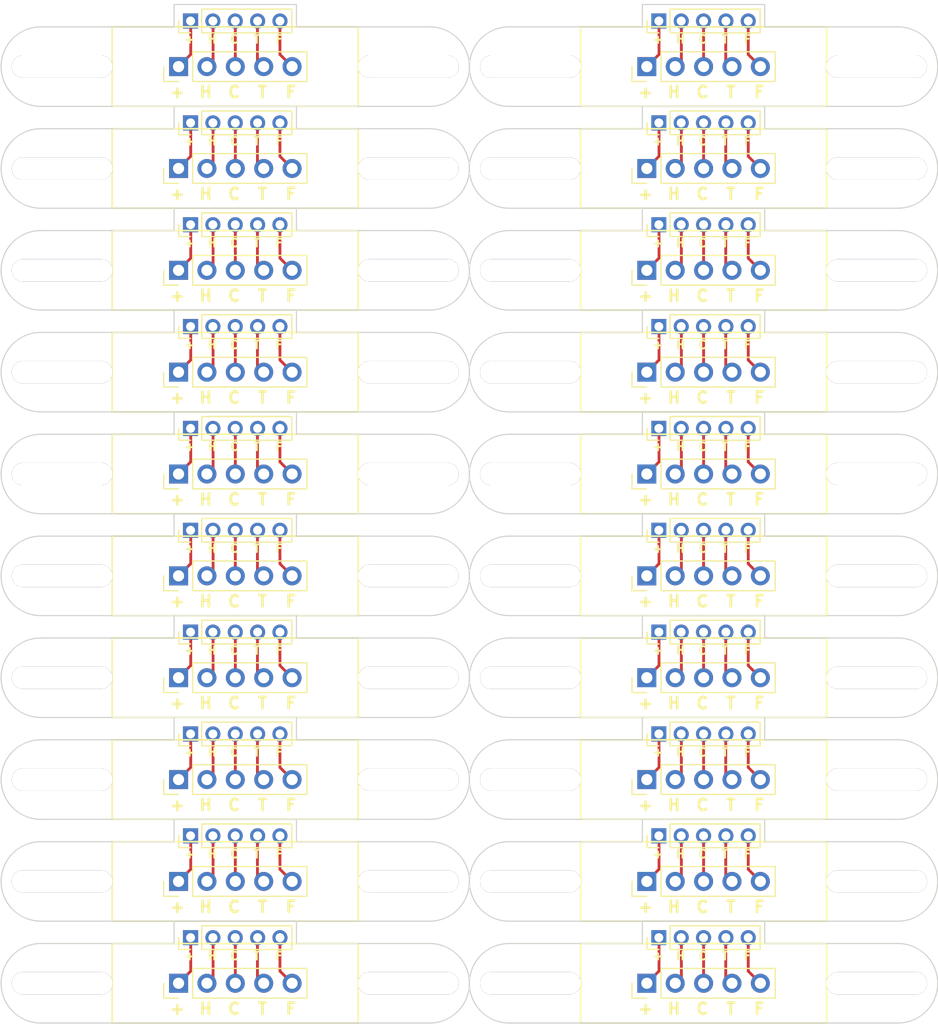
<source format=kicad_pcb>
(kicad_pcb (version 20221018) (generator pcbnew)
  (layers (0 "F.Cu" jumper) (31 "B.Cu" signal) (34 "B.Paste" user) (35 "F.Paste" user) (36 "B.SilkS" user "B.Silkscreen") (37 "F.SilkS" user "F.Silkscreen") (38 "B.Mask" user) (39 "F.Mask" user) (44 "Edge.Cuts" user))
  (net 0 "")
  (net 1 "/S")
  (net 2 "+3.3V")
  (net 3 "GND")
  (net 4 "/F")
  (net 5 "/T")
  (footprint "Connector_PinHeader_2.54mm:PinHeader_1x05_P2.54mm_Vertical" (layer "F.Cu") (at 157.79 138.228 90)
    (fp_text reference "J1" hide)
    (fp_text value "Conn_01x05" hide)
  )
  (footprint "Connector_Wire:SolderWirePad_1x01_SMD_1x2mm" (layer "F.Cu") (at 178.37 165.564)
    (fp_text reference "REF**" hide)
    (fp_text value "SolderWirePad_1x01_SMD_1x2mm" hide)
  )
  (footprint "Connector_Wire:SolderWirePad_1x01_SMD_1x2mm" (layer "F.Cu") (at 178.37 83.556)
    (fp_text reference "REF**" hide)
    (fp_text value "SolderWirePad_1x01_SMD_1x2mm" hide)
  )
  (footprint "Connector_Wire:SolderWirePad_1x01_SMD_1x2mm" (layer "F.Cu") (at 178.37 120.004)
    (fp_text reference "REF**" hide)
    (fp_text value "SolderWirePad_1x01_SMD_1x2mm" hide)
  )
  (footprint "Connector_PinHeader_2.54mm:PinHeader_1x05_P2.54mm_Vertical" (layer "F.Cu") (at 115.88 138.228 90)
    (fp_text reference "J1" hide)
    (fp_text value "Conn_01x05" hide)
  )
  (footprint "Connector_PinHeader_2.00mm:PinHeader_1x05_P2.00mm_Vertical" (layer "F.Cu") (at 116.955 88.587 90)
    (fp_text reference "J2" hide)
    (fp_text value "Conn_01x05" hide)
  )
  (footprint "Connector_Wire:SolderWirePad_1x01_SMD_1x2mm" (layer "F.Cu") (at 136.46 129.116)
    (fp_text reference "REF**" hide)
    (fp_text value "SolderWirePad_1x01_SMD_1x2mm" hide)
  )
  (footprint "Connector_PinHeader_2.54mm:PinHeader_1x05_P2.54mm_Vertical" (layer "F.Cu") (at 115.88 92.668 90)
    (fp_text reference "J1" hide)
    (fp_text value "Conn_01x05" hide)
  )
  (footprint "Connector_PinHeader_2.54mm:PinHeader_1x05_P2.54mm_Vertical" (layer "F.Cu") (at 157.79 129.116 90)
    (fp_text reference "J1" hide)
    (fp_text value "Conn_01x05" hide)
  )
  (footprint "Connector_Wire:SolderWirePad_1x01_SMD_1x2mm" (layer "F.Cu") (at 136.46 138.228)
    (fp_text reference "REF**" hide)
    (fp_text value "SolderWirePad_1x01_SMD_1x2mm" hide)
  )
  (footprint "Connector_PinHeader_2.00mm:PinHeader_1x05_P2.00mm_Vertical" (layer "F.Cu") (at 116.955 106.811 90)
    (fp_text reference "J2" hide)
    (fp_text value "Conn_01x05" hide)
  )
  (footprint "Connector_PinHeader_2.54mm:PinHeader_1x05_P2.54mm_Vertical" (layer "F.Cu") (at 115.88 83.556 90)
    (fp_text reference "J1" hide)
    (fp_text value "Conn_01x05" hide)
  )
  (footprint "Connector_PinHeader_2.00mm:PinHeader_1x05_P2.00mm_Vertical" (layer "F.Cu") (at 116.955 134.147 90)
    (fp_text reference "J2" hide)
    (fp_text value "Conn_01x05" hide)
  )
  (footprint "Connector_Wire:SolderWirePad_1x01_SMD_1x2mm" (layer "F.Cu") (at 178.37 129.116)
    (fp_text reference "REF**" hide)
    (fp_text value "SolderWirePad_1x01_SMD_1x2mm" hide)
  )
  (footprint "Connector_Wire:SolderWirePad_1x01_SMD_1x2mm" (layer "F.Cu") (at 105.45 165.564)
    (fp_text reference "REF**" hide)
    (fp_text value "SolderWirePad_1x01_SMD_1x2mm" hide)
  )
  (footprint "Connector_PinHeader_2.54mm:PinHeader_1x05_P2.54mm_Vertical" (layer "F.Cu") (at 157.79 110.892 90)
    (fp_text reference "J1" hide)
    (fp_text value "Conn_01x05" hide)
  )
  (footprint "Connector_PinHeader_2.54mm:PinHeader_1x05_P2.54mm_Vertical" (layer "F.Cu") (at 157.79 156.452 90)
    (fp_text reference "J1" hide)
    (fp_text value "Conn_01x05" hide)
  )
  (footprint "Connector_PinHeader_2.00mm:PinHeader_1x05_P2.00mm_Vertical" (layer "F.Cu") (at 158.865 143.259 90)
    (fp_text reference "J2" hide)
    (fp_text value "Conn_01x05" hide)
  )
  (footprint "Connector_Wire:SolderWirePad_1x01_SMD_1x2mm" (layer "F.Cu") (at 136.46 165.564)
    (fp_text reference "REF**" hide)
    (fp_text value "SolderWirePad_1x01_SMD_1x2mm" hide)
  )
  (footprint "Connector_Wire:SolderWirePad_1x01_SMD_1x2mm" (layer "F.Cu") (at 105.45 147.34)
    (fp_text reference "REF**" hide)
    (fp_text value "SolderWirePad_1x01_SMD_1x2mm" hide)
  )
  (footprint "Connector_PinHeader_2.54mm:PinHeader_1x05_P2.54mm_Vertical" (layer "F.Cu") (at 115.88 120.004 90)
    (fp_text reference "J1" hide)
    (fp_text value "Conn_01x05" hide)
  )
  (footprint "Connector_PinHeader_2.00mm:PinHeader_1x05_P2.00mm_Vertical" (layer "F.Cu") (at 116.955 125.035 90)
    (fp_text reference "J2" hide)
    (fp_text value "Conn_01x05" hide)
  )
  (footprint "Connector_PinHeader_2.54mm:PinHeader_1x05_P2.54mm_Vertical" (layer "F.Cu") (at 157.79 165.564 90)
    (fp_text reference "J1" hide)
    (fp_text value "Conn_01x05" hide)
  )
  (footprint "Connector_PinHeader_2.00mm:PinHeader_1x05_P2.00mm_Vertical" (layer "F.Cu") (at 158.865 134.147 90)
    (fp_text reference "J2" hide)
    (fp_text value "Conn_01x05" hide)
  )
  (footprint "Connector_Wire:SolderWirePad_1x01_SMD_1x2mm" (layer "F.Cu") (at 147.36 92.668)
    (fp_text reference "REF**" hide)
    (fp_text value "SolderWirePad_1x01_SMD_1x2mm" hide)
  )
  (footprint "Connector_PinHeader_2.00mm:PinHeader_1x05_P2.00mm_Vertical" (layer "F.Cu") (at 116.955 97.699 90)
    (fp_text reference "J2" hide)
    (fp_text value "Conn_01x05" hide)
  )
  (footprint "Connector_Wire:SolderWirePad_1x01_SMD_1x2mm" (layer "F.Cu") (at 105.45 83.556)
    (fp_text reference "REF**" hide)
    (fp_text value "SolderWirePad_1x01_SMD_1x2mm" hide)
  )
  (footprint "Connector_PinHeader_2.54mm:PinHeader_1x05_P2.54mm_Vertical" (layer "F.Cu") (at 115.88 110.892 90)
    (fp_text reference "J1" hide)
    (fp_text value "Conn_01x05" hide)
  )
  (footprint "Connector_PinHeader_2.54mm:PinHeader_1x05_P2.54mm_Vertical" (layer "F.Cu") (at 157.79 92.668 90)
    (fp_text reference "J1" hide)
    (fp_text value "Conn_01x05" hide)
  )
  (footprint "Connector_Wire:SolderWirePad_1x01_SMD_1x2mm" (layer "F.Cu") (at 105.45 138.228)
    (fp_text reference "REF**" hide)
    (fp_text value "SolderWirePad_1x01_SMD_1x2mm" hide)
  )
  (footprint "Connector_Wire:SolderWirePad_1x01_SMD_1x2mm" (layer "F.Cu") (at 105.45 92.668)
    (fp_text reference "REF**" hide)
    (fp_text value "SolderWirePad_1x01_SMD_1x2mm" hide)
  )
  (footprint "Connector_Wire:SolderWirePad_1x01_SMD_1x2mm" (layer "F.Cu") (at 147.36 165.564)
    (fp_text reference "REF**" hide)
    (fp_text value "SolderWirePad_1x01_SMD_1x2mm" hide)
  )
  (footprint "Connector_Wire:SolderWirePad_1x01_SMD_1x2mm" (layer "F.Cu") (at 147.36 138.228)
    (fp_text reference "REF**" hide)
    (fp_text value "SolderWirePad_1x01_SMD_1x2mm" hide)
  )
  (footprint "Connector_PinHeader_2.00mm:PinHeader_1x05_P2.00mm_Vertical" (layer "F.Cu") (at 116.955 115.923 90)
    (fp_text reference "J2" hide)
    (fp_text value "Conn_01x05" hide)
  )
  (footprint "Connector_Wire:SolderWirePad_1x01_SMD_1x2mm" (layer "F.Cu") (at 147.36 120.004)
    (fp_text reference "REF**" hide)
    (fp_text value "SolderWirePad_1x01_SMD_1x2mm" hide)
  )
  (footprint "Connector_PinHeader_2.54mm:PinHeader_1x05_P2.54mm_Vertical" (layer "F.Cu") (at 115.88 101.78 90)
    (fp_text reference "J1" hide)
    (fp_text value "Conn_01x05" hide)
  )
  (footprint "Connector_Wire:SolderWirePad_1x01_SMD_1x2mm" (layer "F.Cu") (at 178.37 138.228)
    (fp_text reference "REF**" hide)
    (fp_text value "SolderWirePad_1x01_SMD_1x2mm" hide)
  )
  (footprint "Connector_Wire:SolderWirePad_1x01_SMD_1x2mm" (layer "F.Cu") (at 147.36 110.892)
    (fp_text reference "REF**" hide)
    (fp_text value "SolderWirePad_1x01_SMD_1x2mm" hide)
  )
  (footprint "Connector_Wire:SolderWirePad_1x01_SMD_1x2mm" (layer "F.Cu") (at 105.45 120.004)
    (fp_text reference "REF**" hide)
    (fp_text value "SolderWirePad_1x01_SMD_1x2mm" hide)
  )
  (footprint "Connector_Wire:SolderWirePad_1x01_SMD_1x2mm" (layer "F.Cu") (at 147.36 83.556)
    (fp_text reference "REF**" hide)
    (fp_text value "SolderWirePad_1x01_SMD_1x2mm" hide)
  )
  (footprint "Connector_PinHeader_2.00mm:PinHeader_1x05_P2.00mm_Vertical" (layer "F.Cu") (at 158.865 106.811 90)
    (fp_text reference "J2" hide)
    (fp_text value "Conn_01x05" hide)
  )
  (footprint "Connector_Wire:SolderWirePad_1x01_SMD_1x2mm" (layer "F.Cu") (at 178.37 101.78)
    (fp_text reference "REF**" hide)
    (fp_text value "SolderWirePad_1x01_SMD_1x2mm" hide)
  )
  (footprint "Connector_PinHeader_2.00mm:PinHeader_1x05_P2.00mm_Vertical" (layer "F.Cu") (at 116.955 152.371 90)
    (fp_text reference "J2" hide)
    (fp_text value "Conn_01x05" hide)
  )
  (footprint "Connector_PinHeader_2.00mm:PinHeader_1x05_P2.00mm_Vertical" (layer "F.Cu") (at 158.865 79.475 90)
    (fp_text reference "J2" hide)
    (fp_text value "Conn_01x05" hide)
  )
  (footprint "Connector_Wire:SolderWirePad_1x01_SMD_1x2mm" (layer "F.Cu") (at 105.45 110.892)
    (fp_text reference "REF**" hide)
    (fp_text value "SolderWirePad_1x01_SMD_1x2mm" hide)
  )
  (footprint "Connector_Wire:SolderWirePad_1x01_SMD_1x2mm" (layer "F.Cu") (at 147.36 101.78)
    (fp_text reference "REF**" hide)
    (fp_text value "SolderWirePad_1x01_SMD_1x2mm" hide)
  )
  (footprint "Connector_PinHeader_2.00mm:PinHeader_1x05_P2.00mm_Vertical" (layer "F.Cu") (at 158.865 161.483 90)
    (fp_text reference "J2" hide)
    (fp_text value "Conn_01x05" hide)
  )
  (footprint "Connector_PinHeader_2.00mm:PinHeader_1x05_P2.00mm_Vertical" (layer "F.Cu") (at 158.865 115.923 90)
    (fp_text reference "J2" hide)
    (fp_text value "Conn_01x05" hide)
  )
  (footprint "Connector_Wire:SolderWirePad_1x01_SMD_1x2mm" (layer "F.Cu") (at 136.46 120.004)
    (fp_text reference "REF**" hide)
    (fp_text value "SolderWirePad_1x01_SMD_1x2mm" hide)
  )
  (footprint "Connector_Wire:SolderWirePad_1x01_SMD_1x2mm" (layer "F.Cu") (at 178.37 147.34)
    (fp_text reference "REF**" hide)
    (fp_text value "SolderWirePad_1x01_SMD_1x2mm" hide)
  )
  (footprint "Connector_Wire:SolderWirePad_1x01_SMD_1x2mm" (layer "F.Cu") (at 136.46 83.556)
    (fp_text reference "REF**" hide)
    (fp_text value "SolderWirePad_1x01_SMD_1x2mm" hide)
  )
  (footprint "Connector_Wire:SolderWirePad_1x01_SMD_1x2mm" (layer "F.Cu") (at 105.45 129.116)
    (fp_text reference "REF**" hide)
    (fp_text value "SolderWirePad_1x01_SMD_1x2mm" hide)
  )
  (footprint "Connector_PinHeader_2.00mm:PinHeader_1x05_P2.00mm_Vertical" (layer "F.Cu") (at 158.865 88.587 90)
    (fp_text reference "J2" hide)
    (fp_text value "Conn_01x05" hide)
  )
  (footprint "Connector_PinHeader_2.54mm:PinHeader_1x05_P2.54mm_Vertical" (layer "F.Cu") (at 157.79 101.78 90)
    (fp_text reference "J1" hide)
    (fp_text value "Conn_01x05" hide)
  )
  (footprint "Connector_Wire:SolderWirePad_1x01_SMD_1x2mm" (layer "F.Cu") (at 147.36 147.34)
    (fp_text reference "REF**" hide)
    (fp_text value "SolderWirePad_1x01_SMD_1x2mm" hide)
  )
  (footprint "Connector_Wire:SolderWirePad_1x01_SMD_1x2mm" (layer "F.Cu") (at 136.46 101.78)
    (fp_text reference "REF**" hide)
    (fp_text value "SolderWirePad_1x01_SMD_1x2mm" hide)
  )
  (footprint "Connector_Wire:SolderWirePad_1x01_SMD_1x2mm" (layer "F.Cu") (at 178.37 110.892)
    (fp_text reference "REF**" hide)
    (fp_text value "SolderWirePad_1x01_SMD_1x2mm" hide)
  )
  (footprint "Connector_Wire:SolderWirePad_1x01_SMD_1x2mm" (layer "F.Cu") (at 178.37 92.668)
    (fp_text reference "REF**" hide)
    (fp_text value "SolderWirePad_1x01_SMD_1x2mm" hide)
  )
  (footprint "Connector_PinHeader_2.54mm:PinHeader_1x05_P2.54mm_Vertical" (layer "F.Cu") (at 115.88 129.116 90)
    (fp_text reference "J1" hide)
    (fp_text value "Conn_01x05" hide)
  )
  (footprint "Connector_PinHeader_2.54mm:PinHeader_1x05_P2.54mm_Vertical" (layer "F.Cu") (at 115.88 165.564 90)
    (fp_text reference "J1" hide)
    (fp_text value "Conn_01x05" hide)
  )
  (footprint "Connector_Wire:SolderWirePad_1x01_SMD_1x2mm" (layer "F.Cu") (at 178.37 156.452)
    (fp_text reference "REF**" hide)
    (fp_text value "SolderWirePad_1x01_SMD_1x2mm" hide)
  )
  (footprint "Connector_PinHeader_2.54mm:PinHeader_1x05_P2.54mm_Vertical" (layer "F.Cu") (at 115.88 156.452 90)
    (fp_text reference "J1" hide)
    (fp_text value "Conn_01x05" hide)
  )
  (footprint "Connector_PinHeader_2.54mm:PinHeader_1x05_P2.54mm_Vertical" (layer "F.Cu") (at 115.88 147.34 90)
    (fp_text reference "J1" hide)
    (fp_text value "Conn_01x05" hide)
  )
  (footprint "Connector_PinHeader_2.00mm:PinHeader_1x05_P2.00mm_Vertical" (layer "F.Cu") (at 116.955 79.475 90)
    (fp_text reference "J2" hide)
    (fp_text value "Conn_01x05" hide)
  )
  (footprint "Connector_Wire:SolderWirePad_1x01_SMD_1x2mm" (layer "F.Cu") (at 136.46 156.452)
    (fp_text reference "REF**" hide)
    (fp_text value "SolderWirePad_1x01_SMD_1x2mm" hide)
  )
  (footprint "Connector_Wire:SolderWirePad_1x01_SMD_1x2mm" (layer "F.Cu") (at 147.36 156.452)
    (fp_text reference "REF**" hide)
    (fp_text value "SolderWirePad_1x01_SMD_1x2mm" hide)
  )
  (footprint "Connector_PinHeader_2.00mm:PinHeader_1x05_P2.00mm_Vertical" (layer "F.Cu") (at 116.955 143.259 90)
    (fp_text reference "J2" hide)
    (fp_text value "Conn_01x05" hide)
  )
  (footprint "Connector_Wire:SolderWirePad_1x01_SMD_1x2mm" (layer "F.Cu") (at 136.46 92.668)
    (fp_text reference "REF**" hide)
    (fp_text value "SolderWirePad_1x01_SMD_1x2mm" hide)
  )
  (footprint "Connector_PinHeader_2.00mm:PinHeader_1x05_P2.00mm_Vertical" (layer "F.Cu") (at 158.865 152.371 90)
    (fp_text reference "J2" hide)
    (fp_text value "Conn_01x05" hide)
  )
  (footprint "Connector_PinHeader_2.54mm:PinHeader_1x05_P2.54mm_Vertical" (layer "F.Cu") (at 157.79 120.004 90)
    (fp_text reference "J1" hide)
    (fp_text value "Conn_01x05" hide)
  )
  (footprint "Connector_PinHeader_2.54mm:PinHeader_1x05_P2.54mm_Vertical" (layer "F.Cu") (at 157.79 83.556 90)
    (fp_text reference "J1" hide)
    (fp_text value "Conn_01x05" hide)
  )
  (footprint "Connector_PinHeader_2.00mm:PinHeader_1x05_P2.00mm_Vertical" (layer "F.Cu") (at 158.865 97.699 90)
    (fp_text reference "J2" hide)
    (fp_text value "Conn_01x05" hide)
  )
  (footprint "Connector_Wire:SolderWirePad_1x01_SMD_1x2mm" (layer "F.Cu") (at 105.45 101.78)
    (fp_text reference "REF**" hide)
    (fp_text value "SolderWirePad_1x01_SMD_1x2mm" hide)
  )
  (footprint "Connector_PinHeader_2.00mm:PinHeader_1x05_P2.00mm_Vertical" (layer "F.Cu") (at 116.955 161.483 90)
    (fp_text reference "J2" hide)
    (fp_text value "Conn_01x05" hide)
  )
  (footprint "Connector_Wire:SolderWirePad_1x01_SMD_1x2mm" (layer "F.Cu") (at 136.46 147.34)
    (fp_text reference "REF**" hide)
    (fp_text value "SolderWirePad_1x01_SMD_1x2mm" hide)
  )
  (footprint "Connector_PinHeader_2.00mm:PinHeader_1x05_P2.00mm_Vertical" (layer "F.Cu") (at 158.865 125.035 90)
    (fp_text reference "J2" hide)
    (fp_text value "Conn_01x05" hide)
  )
  (footprint "Connector_Wire:SolderWirePad_1x01_SMD_1x2mm" (layer "F.Cu") (at 136.46 110.892)
    (fp_text reference "REF**" hide)
    (fp_text value "SolderWirePad_1x01_SMD_1x2mm" hide)
  )
  (footprint "Connector_Wire:SolderWirePad_1x01_SMD_1x2mm" (layer "F.Cu") (at 147.36 129.116)
    (fp_text reference "REF**" hide)
    (fp_text value "SolderWirePad_1x01_SMD_1x2mm" hide)
  )
  (footprint "Connector_Wire:SolderWirePad_1x01_SMD_1x2mm" (layer "F.Cu") (at 105.45 156.452)
    (fp_text reference "REF**" hide)
    (fp_text value "SolderWirePad_1x01_SMD_1x2mm" hide)
  )
  (footprint "Connector_PinHeader_2.54mm:PinHeader_1x05_P2.54mm_Vertical" (layer "F.Cu") (at 157.79 147.34 90)
    (fp_text reference "J1" hide)
    (fp_text value "Conn_01x05" hide)
  )
  (gr_line (start 109.945 96.224) (end 131.965 96.224) (stroke (width 0.15)) (layer "F.SilkS"))
  (gr_line (start 151.855 162.008) (end 173.875 162.008) (stroke (width 0.15)) (layer "F.SilkS"))
  (gr_line (start 173.875 141.784) (end 173.875 134.672) (stroke (width 0.15)) (layer "F.SilkS"))
  (gr_line (start 109.945 134.672) (end 131.965 134.672) (stroke (width 0.15)) (layer "F.SilkS"))
  (gr_line (start 131.965 105.336) (end 131.965 98.224) (stroke (width 0.15)) (layer "F.SilkS"))
  (gr_line (start 109.945 160.008) (end 131.965 160.008) (stroke (width 0.15)) (layer "F.SilkS"))
  (gr_line (start 151.855 160.008) (end 173.875 160.008) (stroke (width 0.15)) (layer "F.SilkS"))
  (gr_line (start 151.855 150.896) (end 151.855 143.784) (stroke (width 0.15)) (layer "F.SilkS"))
  (gr_line (start 151.855 87.112) (end 173.875 87.112) (stroke (width 0.15)) (layer "F.SilkS"))
  (gr_line (start 151.855 152.896) (end 173.875 152.896) (stroke (width 0.15)) (layer "F.SilkS"))
  (gr_line (start 151.855 87.112) (end 151.855 80) (stroke (width 0.15)) (layer "F.SilkS"))
  (gr_line (start 151.855 160.008) (end 151.855 152.896) (stroke (width 0.15)) (layer "F.SilkS"))
  (gr_line (start 131.965 141.784) (end 131.965 134.672) (stroke (width 0.15)) (layer "F.SilkS"))
  (gr_line (start 151.855 116.448) (end 173.875 116.448) (stroke (width 0.15)) (layer "F.SilkS"))
  (gr_line (start 151.855 107.336) (end 173.875 107.336) (stroke (width 0.15)) (layer "F.SilkS"))
  (gr_line (start 109.945 105.336) (end 131.965 105.336) (stroke (width 0.15)) (layer "F.SilkS"))
  (gr_line (start 173.875 114.448) (end 173.875 107.336) (stroke (width 0.15)) (layer "F.SilkS"))
  (gr_line (start 151.855 141.784) (end 173.875 141.784) (stroke (width 0.15)) (layer "F.SilkS"))
  (gr_line (start 151.855 141.784) (end 151.855 134.672) (stroke (width 0.15)) (layer "F.SilkS"))
  (gr_line (start 173.875 96.224) (end 173.875 89.112) (stroke (width 0.15)) (layer "F.SilkS"))
  (gr_line (start 109.945 141.784) (end 109.945 134.672) (stroke (width 0.15)) (layer "F.SilkS"))
  (gr_line (start 131.965 114.448) (end 131.965 107.336) (stroke (width 0.15)) (layer "F.SilkS"))
  (gr_line (start 109.945 169.12) (end 109.945 162.008) (stroke (width 0.15)) (layer "F.SilkS"))
  (gr_line (start 151.855 105.336) (end 173.875 105.336) (stroke (width 0.15)) (layer "F.SilkS"))
  (gr_line (start 109.945 80) (end 131.965 80) (stroke (width 0.15)) (layer "F.SilkS"))
  (gr_line (start 109.945 116.448) (end 131.965 116.448) (stroke (width 0.15)) (layer "F.SilkS"))
  (gr_line (start 151.855 150.896) (end 173.875 150.896) (stroke (width 0.15)) (layer "F.SilkS"))
  (gr_line (start 173.875 105.336) (end 173.875 98.224) (stroke (width 0.15)) (layer "F.SilkS"))
  (gr_line (start 131.965 160.008) (end 131.965 152.896) (stroke (width 0.15)) (layer "F.SilkS"))
  (gr_line (start 173.875 160.008) (end 173.875 152.896) (stroke (width 0.15)) (layer "F.SilkS"))
  (gr_line (start 109.945 160.008) (end 109.945 152.896) (stroke (width 0.15)) (layer "F.SilkS"))
  (gr_line (start 131.965 169.12) (end 131.965 162.008) (stroke (width 0.15)) (layer "F.SilkS"))
  (gr_line (start 109.945 96.224) (end 109.945 89.112) (stroke (width 0.15)) (layer "F.SilkS"))
  (gr_line (start 173.875 132.672) (end 173.875 125.56) (stroke (width 0.15)) (layer "F.SilkS"))
  (gr_line (start 109.945 105.336) (end 109.945 98.224) (stroke (width 0.15)) (layer "F.SilkS"))
  (gr_line (start 151.855 114.448) (end 151.855 107.336) (stroke (width 0.15)) (layer "F.SilkS"))
  (gr_line (start 151.855 89.112) (end 173.875 89.112) (stroke (width 0.15)) (layer "F.SilkS"))
  (gr_line (start 109.945 87.112) (end 109.945 80) (stroke (width 0.15)) (layer "F.SilkS"))
  (gr_line (start 109.945 152.896) (end 131.965 152.896) (stroke (width 0.15)) (layer "F.SilkS"))
  (gr_line (start 151.855 132.672) (end 173.875 132.672) (stroke (width 0.15)) (layer "F.SilkS"))
  (gr_line (start 109.945 98.224) (end 131.965 98.224) (stroke (width 0.15)) (layer "F.SilkS"))
  (gr_line (start 151.855 123.56) (end 151.855 116.448) (stroke (width 0.15)) (layer "F.SilkS"))
  (gr_line (start 151.855 169.12) (end 173.875 169.12) (stroke (width 0.15)) (layer "F.SilkS"))
  (gr_line (start 173.875 150.896) (end 173.875 143.784) (stroke (width 0.15)) (layer "F.SilkS"))
  (gr_line (start 173.875 169.12) (end 173.875 162.008) (stroke (width 0.15)) (layer "F.SilkS"))
  (gr_line (start 109.945 169.12) (end 131.965 169.12) (stroke (width 0.15)) (layer "F.SilkS"))
  (gr_line (start 109.945 150.896) (end 109.945 143.784) (stroke (width 0.15)) (layer "F.SilkS"))
  (gr_line (start 131.965 132.672) (end 131.965 125.56) (stroke (width 0.15)) (layer "F.SilkS"))
  (gr_line (start 131.965 150.896) (end 131.965 143.784) (stroke (width 0.15)) (layer "F.SilkS"))
  (gr_line (start 131.965 123.56) (end 131.965 116.448) (stroke (width 0.15)) (layer "F.SilkS"))
  (gr_line (start 109.945 87.112) (end 131.965 87.112) (stroke (width 0.15)) (layer "F.SilkS"))
  (gr_line (start 109.945 89.112) (end 131.965 89.112) (stroke (width 0.15)) (layer "F.SilkS"))
  (gr_line (start 109.945 114.448) (end 109.945 107.336) (stroke (width 0.15)) (layer "F.SilkS"))
  (gr_line (start 151.855 98.224) (end 173.875 98.224) (stroke (width 0.15)) (layer "F.SilkS"))
  (gr_line (start 151.855 169.12) (end 151.855 162.008) (stroke (width 0.15)) (layer "F.SilkS"))
  (gr_line (start 109.945 132.672) (end 109.945 125.56) (stroke (width 0.15)) (layer "F.SilkS"))
  (gr_line (start 109.945 107.336) (end 131.965 107.336) (stroke (width 0.15)) (layer "F.SilkS"))
  (gr_line (start 151.855 114.448) (end 173.875 114.448) (stroke (width 0.15)) (layer "F.SilkS"))
  (gr_line (start 151.855 105.336) (end 151.855 98.224) (stroke (width 0.15)) (layer "F.SilkS"))
  (gr_line (start 131.965 96.224) (end 131.965 89.112) (stroke (width 0.15)) (layer "F.SilkS"))
  (gr_line (start 151.855 125.56) (end 173.875 125.56) (stroke (width 0.15)) (layer "F.SilkS"))
  (gr_line (start 109.945 150.896) (end 131.965 150.896) (stroke (width 0.15)) (layer "F.SilkS"))
  (gr_line (start 173.875 87.112) (end 173.875 80) (stroke (width 0.15)) (layer "F.SilkS"))
  (gr_line (start 151.855 123.56) (end 173.875 123.56) (stroke (width 0.15)) (layer "F.SilkS"))
  (gr_line (start 173.875 123.56) (end 173.875 116.448) (stroke (width 0.15)) (layer "F.SilkS"))
  (gr_line (start 109.945 114.448) (end 131.965 114.448) (stroke (width 0.15)) (layer "F.SilkS"))
  (gr_line (start 151.855 143.784) (end 173.875 143.784) (stroke (width 0.15)) (layer "F.SilkS"))
  (gr_line (start 151.855 132.672) (end 151.855 125.56) (stroke (width 0.15)) (layer "F.SilkS"))
  (gr_line (start 109.945 123.56) (end 109.945 116.448) (stroke (width 0.15)) (layer "F.SilkS"))
  (gr_line (start 109.945 123.56) (end 131.965 123.56) (stroke (width 0.15)) (layer "F.SilkS"))
  (gr_line (start 109.945 141.784) (end 131.965 141.784) (stroke (width 0.15)) (layer "F.SilkS"))
  (gr_line (start 151.855 96.224) (end 173.875 96.224) (stroke (width 0.15)) (layer "F.SilkS"))
  (gr_line (start 109.945 143.784) (end 131.965 143.784) (stroke (width 0.15)) (layer "F.SilkS"))
  (gr_line (start 109.945 162.008) (end 131.965 162.008) (stroke (width 0.15)) (layer "F.SilkS"))
  (gr_line (start 151.855 134.672) (end 173.875 134.672) (stroke (width 0.15)) (layer "F.SilkS"))
  (gr_line (start 151.855 80) (end 173.875 80) (stroke (width 0.15)) (layer "F.SilkS"))
  (gr_line (start 109.945 132.672) (end 131.965 132.672) (stroke (width 0.15)) (layer "F.SilkS"))
  (gr_line (start 131.965 87.112) (end 131.965 80) (stroke (width 0.15)) (layer "F.SilkS"))
  (gr_line (start 151.855 96.224) (end 151.855 89.112) (stroke (width 0.15)) (layer "F.SilkS"))
  (gr_line (start 109.945 125.56) (end 131.965 125.56) (stroke (width 0.15)) (layer "F.SilkS"))
  (gr_line (start 157.39 125.56) (end 157.39 123.56) (stroke (width 0.1)) (layer "Edge.Cuts"))
  (gr_line (start 115.48 87.112) (end 126.43 87.112) (stroke (width 0.1)) (layer "Edge.Cuts"))
  (gr_arc (start 138.354 143.784) (mid 141.91 147.34) (end 138.354 150.896) (stroke (width 0.1)) (layer "Edge.Cuts"))
  (gr_line (start 168.34 152.896) (end 180.264 152.896) (stroke (width 0.1)) (layer "Edge.Cuts"))
  (gr_line (start 145.466 98.224) (end 157.39 98.224) (stroke (width 0.1)) (layer "Edge.Cuts"))
  (gr_line (start 115.48 107.336) (end 115.48 105.336) (stroke (width 0.1)) (layer "Edge.Cuts"))
  (gr_line (start 145.466 80) (end 157.39 80) (stroke (width 0.1)) (layer "Edge.Cuts"))
  (gr_arc (start 138.354 162.008) (mid 141.91 165.564) (end 138.354 169.12) (stroke (width 0.1)) (layer "Edge.Cuts"))
  (gr_line (start 145.466 125.56) (end 157.39 125.56) (stroke (width 0.1)) (layer "Edge.Cuts"))
  (gr_line (start 168.34 80) (end 168.34 78) (stroke (width 0.1)) (layer "Edge.Cuts"))
  (gr_arc (start 145.466 132.672) (mid 141.91 129.116) (end 145.466 125.56) (stroke (width 0.1)) (layer "Edge.Cuts"))
  (gr_line (start 115.48 160.008) (end 126.43 160.008) (stroke (width 0.1)) (layer "Edge.Cuts"))
  (gr_line (start 115.48 116.448) (end 115.48 114.448) (stroke (width 0.1)) (layer "Edge.Cuts"))
  (gr_arc (start 180.264 125.56) (mid 183.82 129.116) (end 180.264 132.672) (stroke (width 0.1)) (layer "Edge.Cuts"))
  (gr_line (start 157.39 141.784) (end 168.34 141.784) (stroke (width 0.1)) (layer "Edge.Cuts"))
  (gr_line (start 168.34 134.672) (end 180.264 134.672) (stroke (width 0.1)) (layer "Edge.Cuts"))
  (gr_line (start 157.39 143.784) (end 157.39 141.784) (stroke (width 0.1)) (layer "Edge.Cuts"))
  (gr_line (start 168.34 162.008) (end 180.264 162.008) (stroke (width 0.1)) (layer "Edge.Cuts"))
  (gr_line (start 168.34 89.112) (end 180.264 89.112) (stroke (width 0.1)) (layer "Edge.Cuts"))
  (gr_line (start 168.34 143.784) (end 180.264 143.784) (stroke (width 0.1)) (layer "Edge.Cuts"))
  (gr_arc (start 138.354 125.56) (mid 141.91 129.116) (end 138.354 132.672) (stroke (width 0.1)) (layer "Edge.Cuts"))
  (gr_arc (start 138.354 80) (mid 141.91 83.556) (end 138.354 87.112) (stroke (width 0.1)) (layer "Edge.Cuts"))
  (gr_line (start 126.43 107.336) (end 138.354 107.336) (stroke (width 0.1)) (layer "Edge.Cuts"))
  (gr_line (start 168.34 80) (end 180.264 80) (stroke (width 0.1)) (layer "Edge.Cuts"))
  (gr_line (start 157.39 114.448) (end 168.34 114.448) (stroke (width 0.1)) (layer "Edge.Cuts"))
  (gr_line (start 126.43 98.224) (end 126.43 96.224) (stroke (width 0.1)) (layer "Edge.Cuts"))
  (gr_line (start 115.48 134.672) (end 115.48 132.672) (stroke (width 0.1)) (layer "Edge.Cuts"))
  (gr_arc (start 145.466 96.224) (mid 141.91 92.668) (end 145.466 89.112) (stroke (width 0.1)) (layer "Edge.Cuts"))
  (gr_line (start 168.34 152.896) (end 168.34 150.896) (stroke (width 0.1)) (layer "Edge.Cuts"))
  (gr_line (start 157.39 96.224) (end 168.34 96.224) (stroke (width 0.1)) (layer "Edge.Cuts"))
  (gr_line (start 168.34 98.224) (end 180.264 98.224) (stroke (width 0.1)) (layer "Edge.Cuts"))
  (gr_line (start 126.43 143.784) (end 138.354 143.784) (stroke (width 0.1)) (layer "Edge.Cuts"))
  (gr_line (start 126.43 80) (end 138.354 80) (stroke (width 0.1)) (layer "Edge.Cuts"))
  (gr_arc (start 145.466 114.448) (mid 141.91 110.892) (end 145.466 107.336) (stroke (width 0.1)) (layer "Edge.Cuts"))
  (gr_arc (start 180.264 134.672) (mid 183.82 138.228) (end 180.264 141.784) (stroke (width 0.1)) (layer "Edge.Cuts"))
  (gr_line (start 126.43 152.896) (end 126.43 150.896) (stroke (width 0.1)) (layer "Edge.Cuts"))
  (gr_line (start 145.466 169.12) (end 180.264 169.12) (stroke (width 0.1)) (layer "Edge.Cuts"))
  (gr_line (start 126.43 162.008) (end 138.354 162.008) (stroke (width 0.1)) (layer "Edge.Cuts"))
  (gr_line (start 126.43 162.008) (end 126.43 160.008) (stroke (width 0.1)) (layer "Edge.Cuts"))
  (gr_arc (start 103.556 96.224) (mid 100 92.668) (end 103.556 89.112) (stroke (width 0.1)) (layer "Edge.Cuts"))
  (gr_line (start 126.43 143.784) (end 126.43 141.784) (stroke (width 0.1)) (layer "Edge.Cuts"))
  (gr_line (start 115.48 96.224) (end 126.43 96.224) (stroke (width 0.1)) (layer "Edge.Cuts"))
  (gr_arc (start 180.264 116.448) (mid 183.82 120.004) (end 180.264 123.56) (stroke (width 0.1)) (layer "Edge.Cuts"))
  (gr_line (start 157.39 152.896) (end 157.39 150.896) (stroke (width 0.1)) (layer "Edge.Cuts"))
  (gr_line (start 103.556 125.56) (end 115.48 125.56) (stroke (width 0.1)) (layer "Edge.Cuts"))
  (gr_line (start 126.43 134.672) (end 138.354 134.672) (stroke (width 0.1)) (layer "Edge.Cuts"))
  (gr_line (start 145.466 150.896) (end 180.264 150.896) (stroke (width 0.1)) (layer "Edge.Cuts"))
  (gr_line (start 145.466 160.008) (end 180.264 160.008) (stroke (width 0.1)) (layer "Edge.Cuts"))
  (gr_line (start 103.556 89.112) (end 115.48 89.112) (stroke (width 0.1)) (layer "Edge.Cuts"))
  (gr_line (start 103.556 105.336) (end 138.354 105.336) (stroke (width 0.1)) (layer "Edge.Cuts"))
  (gr_arc (start 145.466 160.008) (mid 141.91 156.452) (end 145.466 152.896) (stroke (width 0.1)) (layer "Edge.Cuts"))
  (gr_arc (start 103.556 160.008) (mid 100 156.452) (end 103.556 152.896) (stroke (width 0.1)) (layer "Edge.Cuts"))
  (gr_line (start 168.34 125.56) (end 168.34 123.56) (stroke (width 0.1)) (layer "Edge.Cuts"))
  (gr_arc (start 138.354 116.448) (mid 141.91 120.004) (end 138.354 123.56) (stroke (width 0.1)) (layer "Edge.Cuts"))
  (gr_line (start 145.466 123.56) (end 180.264 123.56) (stroke (width 0.1)) (layer "Edge.Cuts"))
  (gr_line (start 115.48 114.448) (end 126.43 114.448) (stroke (width 0.1)) (layer "Edge.Cuts"))
  (gr_line (start 103.556 169.12) (end 138.354 169.12) (stroke (width 0.1)) (layer "Edge.Cuts"))
  (gr_line (start 126.43 125.56) (end 138.354 125.56) (stroke (width 0.1)) (layer "Edge.Cuts"))
  (gr_arc (start 103.556 114.448) (mid 100 110.892) (end 103.556 107.336) (stroke (width 0.1)) (layer "Edge.Cuts"))
  (gr_arc (start 180.264 89.112) (mid 183.82 92.668) (end 180.264 96.224) (stroke (width 0.1)) (layer "Edge.Cuts"))
  (gr_arc (start 180.264 152.896) (mid 183.82 156.452) (end 180.264 160.008) (stroke (width 0.1)) (layer "Edge.Cuts"))
  (gr_line (start 145.466 114.448) (end 180.264 114.448) (stroke (width 0.1)) (layer "Edge.Cuts"))
  (gr_arc (start 145.466 87.112) (mid 141.91 83.556) (end 145.466 80) (stroke (width 0.1)) (layer "Edge.Cuts"))
  (gr_line (start 168.34 98.224) (end 168.34 96.224) (stroke (width 0.1)) (layer "Edge.Cuts"))
  (gr_arc (start 145.466 169.12) (mid 141.91 165.564) (end 145.466 162.008) (stroke (width 0.1)) (layer "Edge.Cuts"))
  (gr_line (start 115.48 162.008) (end 115.48 160.008) (stroke (width 0.1)) (layer "Edge.Cuts"))
  (gr_line (start 145.466 96.224) (end 180.264 96.224) (stroke (width 0.1)) (layer "Edge.Cuts"))
  (gr_line (start 145.466 141.784) (end 180.264 141.784) (stroke (width 0.1)) (layer "Edge.Cuts"))
  (gr_line (start 103.556 87.112) (end 138.354 87.112) (stroke (width 0.1)) (layer "Edge.Cuts"))
  (gr_arc (start 145.466 150.896) (mid 141.91 147.34) (end 145.466 143.784) (stroke (width 0.1)) (layer "Edge.Cuts"))
  (gr_line (start 145.466 143.784) (end 157.39 143.784) (stroke (width 0.1)) (layer "Edge.Cuts"))
  (gr_arc (start 103.556 141.784) (mid 100 138.228) (end 103.556 134.672) (stroke (width 0.1)) (layer "Edge.Cuts"))
  (gr_line (start 157.39 80) (end 157.39 78) (stroke (width 0.1)) (layer "Edge.Cuts"))
  (gr_line (start 168.34 143.784) (end 168.34 141.784) (stroke (width 0.1)) (layer "Edge.Cuts"))
  (gr_line (start 103.556 162.008) (end 115.48 162.008) (stroke (width 0.1)) (layer "Edge.Cuts"))
  (gr_line (start 115.48 89.112) (end 115.48 87.112) (stroke (width 0.1)) (layer "Edge.Cuts"))
  (gr_arc (start 103.556 169.12) (mid 100 165.564) (end 103.556 162.008) (stroke (width 0.1)) (layer "Edge.Cuts"))
  (gr_line (start 145.466 132.672) (end 180.264 132.672) (stroke (width 0.1)) (layer "Edge.Cuts"))
  (gr_arc (start 180.264 162.008) (mid 183.82 165.564) (end 180.264 169.12) (stroke (width 0.1)) (layer "Edge.Cuts"))
  (gr_line (start 103.556 114.448) (end 138.354 114.448) (stroke (width 0.1)) (layer "Edge.Cuts"))
  (gr_line (start 126.43 80) (end 126.43 78) (stroke (width 0.1)) (layer "Edge.Cuts"))
  (gr_line (start 103.556 96.224) (end 138.354 96.224) (stroke (width 0.1)) (layer "Edge.Cuts"))
  (gr_line (start 126.43 116.448) (end 126.43 114.448) (stroke (width 0.1)) (layer "Edge.Cuts"))
  (gr_line (start 157.39 107.336) (end 157.39 105.336) (stroke (width 0.1)) (layer "Edge.Cuts"))
  (gr_line (start 157.39 134.672) (end 157.39 132.672) (stroke (width 0.1)) (layer "Edge.Cuts"))
  (gr_arc (start 103.556 87.112) (mid 100 83.556) (end 103.556 80) (stroke (width 0.1)) (layer "Edge.Cuts"))
  (gr_line (start 115.48 141.784) (end 126.43 141.784) (stroke (width 0.1)) (layer "Edge.Cuts"))
  (gr_arc (start 103.556 132.672) (mid 100 129.116) (end 103.556 125.56) (stroke (width 0.1)) (layer "Edge.Cuts"))
  (gr_line (start 168.34 116.448) (end 168.34 114.448) (stroke (width 0.1)) (layer "Edge.Cuts"))
  (gr_line (start 145.466 162.008) (end 157.39 162.008) (stroke (width 0.1)) (layer "Edge.Cuts"))
  (gr_line (start 168.34 116.448) (end 180.264 116.448) (stroke (width 0.1)) (layer "Edge.Cuts"))
  (gr_line (start 157.39 87.112) (end 168.34 87.112) (stroke (width 0.1)) (layer "Edge.Cuts"))
  (gr_arc (start 103.556 123.56) (mid 100 120.004) (end 103.556 116.448) (stroke (width 0.1)) (layer "Edge.Cuts"))
  (gr_line (start 103.556 123.56) (end 138.354 123.56) (stroke (width 0.1)) (layer "Edge.Cuts"))
  (gr_line (start 126.43 98.224) (end 138.354 98.224) (stroke (width 0.1)) (layer "Edge.Cuts"))
  (gr_line (start 103.556 141.784) (end 138.354 141.784) (stroke (width 0.1)) (layer "Edge.Cuts"))
  (gr_line (start 157.39 150.896) (end 168.34 150.896) (stroke (width 0.1)) (layer "Edge.Cuts"))
  (gr_line (start 103.556 143.784) (end 115.48 143.784) (stroke (width 0.1)) (layer "Edge.Cuts"))
  (gr_arc (start 103.556 105.336) (mid 100 101.78) (end 103.556 98.224) (stroke (width 0.1)) (layer "Edge.Cuts"))
  (gr_arc (start 103.556 150.896) (mid 100 147.34) (end 103.556 143.784) (stroke (width 0.1)) (layer "Edge.Cuts"))
  (gr_line (start 126.43 89.112) (end 126.43 87.112) (stroke (width 0.1)) (layer "Edge.Cuts"))
  (gr_arc (start 138.354 134.672) (mid 141.91 138.228) (end 138.354 141.784) (stroke (width 0.1)) (layer "Edge.Cuts"))
  (gr_arc (start 145.466 123.56) (mid 141.91 120.004) (end 145.466 116.448) (stroke (width 0.1)) (layer "Edge.Cuts"))
  (gr_line (start 115.48 98.224) (end 115.48 96.224) (stroke (width 0.1)) (layer "Edge.Cuts"))
  (gr_line (start 103.556 160.008) (end 138.354 160.008) (stroke (width 0.1)) (layer "Edge.Cuts"))
  (gr_line (start 168.34 107.336) (end 180.264 107.336) (stroke (width 0.1)) (layer "Edge.Cuts"))
  (gr_line (start 126.43 116.448) (end 138.354 116.448) (stroke (width 0.1)) (layer "Edge.Cuts"))
  (gr_line (start 103.556 132.672) (end 138.354 132.672) (stroke (width 0.1)) (layer "Edge.Cuts"))
  (gr_line (start 157.39 105.336) (end 168.34 105.336) (stroke (width 0.1)) (layer "Edge.Cuts"))
  (gr_line (start 115.48 105.336) (end 126.43 105.336) (stroke (width 0.1)) (layer "Edge.Cuts"))
  (gr_arc (start 180.264 107.336) (mid 183.82 110.892) (end 180.264 114.448) (stroke (width 0.1)) (layer "Edge.Cuts"))
  (gr_line (start 103.556 107.336) (end 115.48 107.336) (stroke (width 0.1)) (layer "Edge.Cuts"))
  (gr_line (start 103.556 134.672) (end 115.48 134.672) (stroke (width 0.1)) (layer "Edge.Cuts"))
  (gr_line (start 157.39 132.672) (end 168.34 132.672) (stroke (width 0.1)) (layer "Edge.Cuts"))
  (gr_line (start 103.556 116.448) (end 115.48 116.448) (stroke (width 0.1)) (layer "Edge.Cuts"))
  (gr_line (start 145.466 105.336) (end 180.264 105.336) (stroke (width 0.1)) (layer "Edge.Cuts"))
  (gr_line (start 115.48 132.672) (end 126.43 132.672) (stroke (width 0.1)) (layer "Edge.Cuts"))
  (gr_line (start 145.466 152.896) (end 157.39 152.896) (stroke (width 0.1)) (layer "Edge.Cuts"))
  (gr_line (start 115.48 80) (end 115.48 78) (stroke (width 0.1)) (layer "Edge.Cuts"))
  (gr_line (start 145.466 116.448) (end 157.39 116.448) (stroke (width 0.1)) (layer "Edge.Cuts"))
  (gr_line (start 168.34 89.112) (end 168.34 87.112) (stroke (width 0.1)) (layer "Edge.Cuts"))
  (gr_line (start 157.39 123.56) (end 168.34 123.56) (stroke (width 0.1)) (layer "Edge.Cuts"))
  (gr_line (start 115.48 78) (end 126.43 78) (stroke (width 0.1)) (layer "Edge.Cuts"))
  (gr_line (start 103.556 150.896) (end 138.354 150.896) (stroke (width 0.1)) (layer "Edge.Cuts"))
  (gr_line (start 168.34 134.672) (end 168.34 132.672) (stroke (width 0.1)) (layer "Edge.Cuts"))
  (gr_line (start 157.39 116.448) (end 157.39 114.448) (stroke (width 0.1)) (layer "Edge.Cuts"))
  (gr_arc (start 138.354 98.224) (mid 141.91 101.78) (end 138.354 105.336) (stroke (width 0.1)) (layer "Edge.Cuts"))
  (gr_line (start 126.43 107.336) (end 126.43 105.336) (stroke (width 0.1)) (layer "Edge.Cuts"))
  (gr_line (start 126.43 134.672) (end 126.43 132.672) (stroke (width 0.1)) (layer "Edge.Cuts"))
  (gr_line (start 157.39 98.224) (end 157.39 96.224) (stroke (width 0.1)) (layer "Edge.Cuts"))
  (gr_line (start 126.43 125.56) (end 126.43 123.56) (stroke (width 0.1)) (layer "Edge.Cuts"))
  (gr_line (start 145.466 134.672) (end 157.39 134.672) (stroke (width 0.1)) (layer "Edge.Cuts"))
  (gr_line (start 168.34 162.008) (end 168.34 160.008) (stroke (width 0.1)) (layer "Edge.Cuts"))
  (gr_line (start 115.48 143.784) (end 115.48 141.784) (stroke (width 0.1)) (layer "Edge.Cuts"))
  (gr_line (start 115.48 152.896) (end 115.48 150.896) (stroke (width 0.1)) (layer "Edge.Cuts"))
  (gr_line (start 126.43 89.112) (end 138.354 89.112) (stroke (width 0.1)) (layer "Edge.Cuts"))
  (gr_arc (start 145.466 141.784) (mid 141.91 138.228) (end 145.466 134.672) (stroke (width 0.1)) (layer "Edge.Cuts"))
  (gr_arc (start 138.354 107.336) (mid 141.91 110.892) (end 138.354 114.448) (stroke (width 0.1)) (layer "Edge.Cuts"))
  (gr_arc (start 180.264 143.784) (mid 183.82 147.34) (end 180.264 150.896) (stroke (width 0.1)) (layer "Edge.Cuts"))
  (gr_line (start 145.466 87.112) (end 180.264 87.112) (stroke (width 0.1)) (layer "Edge.Cuts"))
  (gr_line (start 157.39 160.008) (end 168.34 160.008) (stroke (width 0.1)) (layer "Edge.Cuts"))
  (gr_arc (start 180.264 80) (mid 183.82 83.556) (end 180.264 87.112) (stroke (width 0.1)) (layer "Edge.Cuts"))
  (gr_line (start 103.556 80) (end 115.48 80) (stroke (width 0.1)) (layer "Edge.Cuts"))
  (gr_line (start 157.39 89.112) (end 157.39 87.112) (stroke (width 0.1)) (layer "Edge.Cuts"))
  (gr_arc (start 138.354 89.112) (mid 141.91 92.668) (end 138.354 96.224) (stroke (width 0.1)) (layer "Edge.Cuts"))
  (gr_line (start 115.48 123.56) (end 126.43 123.56) (stroke (width 0.1)) (layer "Edge.Cuts"))
  (gr_line (start 168.34 107.336) (end 168.34 105.336) (stroke (width 0.1)) (layer "Edge.Cuts"))
  (gr_line (start 157.39 162.008) (end 157.39 160.008) (stroke (width 0.1)) (layer "Edge.Cuts"))
  (gr_line (start 115.48 150.896) (end 126.43 150.896) (stroke (width 0.1)) (layer "Edge.Cuts"))
  (gr_line (start 157.39 78) (end 168.34 78) (stroke (width 0.1)) (layer "Edge.Cuts"))
  (gr_line (start 168.34 125.56) (end 180.264 125.56) (stroke (width 0.1)) (layer "Edge.Cuts"))
  (gr_line (start 115.48 125.56) (end 115.48 123.56) (stroke (width 0.1)) (layer "Edge.Cuts"))
  (gr_line (start 145.466 89.112) (end 157.39 89.112) (stroke (width 0.1)) (layer "Edge.Cuts"))
  (gr_arc (start 180.264 98.224) (mid 183.82 101.78) (end 180.264 105.336) (stroke (width 0.1)) (layer "Edge.Cuts"))
  (gr_arc (start 138.354 152.896) (mid 141.91 156.452) (end 138.354 160.008) (stroke (width 0.1)) (layer "Edge.Cuts"))
  (gr_arc (start 145.466 105.336) (mid 141.91 101.78) (end 145.466 98.224) (stroke (width 0.1)) (layer "Edge.Cuts"))
  (gr_line (start 103.556 152.896) (end 115.48 152.896) (stroke (width 0.1)) (layer "Edge.Cuts"))
  (gr_line (start 103.556 98.224) (end 115.48 98.224) (stroke (width 0.1)) (layer "Edge.Cuts"))
  (gr_line (start 145.466 107.336) (end 157.39 107.336) (stroke (width 0.1)) (layer "Edge.Cuts"))
  (gr_line (start 126.43 152.896) (end 138.354 152.896) (stroke (width 0.1)) (layer "Edge.Cuts"))
  (gr_text "T" (at 122.844048 113.756) (layer "F.SilkS") (effects (font (size 1 1) (thickness 0.25) bold) (justify left bottom)))
  (gr_text "T" (at 122.495834 90.632) (layer "F.SilkS") (effects (font (size 0.7 0.7) (thickness 0.175) bold) (justify left bottom)))
  (gr_text "F" (at 167.246429 86.42) (layer "F.SilkS") (effects (font (size 1 1) (thickness 0.25) bold) (justify left bottom)))
  (gr_text "+" (at 156.895953 95.532) (layer "F.SilkS") (effects (font (size 1 1) (thickness 0.25) bold) (justify left bottom)))
  (gr_text "C" (at 162.3225 81.52) (layer "F.SilkS") (effects (font (size 0.7 0.7) (thickness 0.175) bold) (justify left bottom)))
  (gr_text "T" (at 164.405834 81.52) (layer "F.SilkS") (effects (font (size 0.7 0.7) (thickness 0.175) bold) (justify left bottom)))
  (gr_text "H" (at 159.531191 150.204) (layer "F.SilkS") (effects (font (size 1 1) (thickness 0.25) bold) (justify left bottom)))
  (gr_text "H" (at 117.621191 150.204) (layer "F.SilkS") (effects (font (size 1 1) (thickness 0.25) bold) (justify left bottom)))
  (gr_text "+" (at 158.239167 154.416) (layer "F.SilkS") (effects (font (size 0.7 0.7) (thickness 0.175) bold) (justify left bottom)))
  (gr_text "C" (at 162.095 86.42) (layer "F.SilkS") (effects (font (size 1 1) (thickness 0.25) bold) (justify left bottom)))
  (gr_text "F" (at 125.336429 122.868) (layer "F.SilkS") (effects (font (size 1 1) (thickness 0.25) bold) (justify left bottom)))
  (gr_text "+" (at 116.329167 99.744) (layer "F.SilkS") (effects (font (size 0.7 0.7) (thickness 0.175) bold) (justify left bottom)))
  (gr_text "C" (at 120.185 86.42) (layer "F.SilkS") (effects (font (size 1 1) (thickness 0.25) bold) (justify left bottom)))
  (gr_text "T" (at 164.405834 127.08) (layer "F.SilkS") (effects (font (size 0.7 0.7) (thickness 0.175) bold) (justify left bottom)))
  (gr_text "+" (at 156.895953 86.42) (layer "F.SilkS") (effects (font (size 1 1) (thickness 0.25) bold) (justify left bottom)))
  (gr_text "C" (at 120.4125 136.192) (layer "F.SilkS") (effects (font (size 0.7 0.7) (thickness 0.175) bold) (justify left bottom)))
  (gr_text "+" (at 116.329167 90.632) (layer "F.SilkS") (effects (font (size 0.7 0.7) (thickness 0.175) bold) (justify left bottom)))
  (gr_text "C" (at 120.185 150.204) (layer "F.SilkS") (effects (font (size 1 1) (thickness 0.25) bold) (justify left bottom)))
  (gr_text "C" (at 120.4125 81.52) (layer "F.SilkS") (effects (font (size 0.7 0.7) (thickness 0.175) bold) (justify left bottom)))
  (gr_text "F" (at 167.246429 95.532) (layer "F.SilkS") (effects (font (size 1 1) (thickness 0.25) bold) (justify left bottom)))
  (gr_text "H" (at 118.395834 117.968) (layer "F.SilkS") (effects (font (size 0.7 0.7) (thickness 0.175) bold) (justify left bottom)))
  (gr_text "H" (at 160.305834 99.744) (layer "F.SilkS") (effects (font (size 0.7 0.7) (thickness 0.175) bold) (justify left bottom)))
  (gr_text "+" (at 158.239167 163.528) (layer "F.SilkS") (effects (font (size 0.7 0.7) (thickness 0.175) bold) (justify left bottom)))
  (gr_text "+" (at 114.985953 131.98) (layer "F.SilkS") (effects (font (size 1 1) (thickness 0.25) bold) (justify left bottom)))
  (gr_text "H" (at 159.531191 131.98) (layer "F.SilkS") (effects (font (size 1 1) (thickness 0.25) bold) (justify left bottom)))
  (gr_text "H" (at 118.395834 127.08) (layer "F.SilkS") (effects (font (size 0.7 0.7) (thickness 0.175) bold) (justify left bottom)))
  (gr_text "T" (at 122.844048 122.868) (layer "F.SilkS") (effects (font (size 1 1) (thickness 0.25) bold) (justify left bottom)))
  (gr_text "C" (at 162.3225 127.08) (layer "F.SilkS") (effects (font (size 0.7 0.7) (thickness 0.175) bold) (justify left bottom)))
  (gr_text "F" (at 166.3725 127.08) (layer "F.SilkS") (effects (font (size 0.7 0.7) (thickness 0.175) bold) (justify left bottom)))
  (gr_text "H" (at 159.531191 95.532) (layer "F.SilkS") (effects (font (size 1 1) (thickness 0.25) bold) (justify left bottom)))
  (gr_text "F" (at 167.246429 159.316) (layer "F.SilkS") (effects (font (size 1 1) (thickness 0.25) bold) (justify left bottom)))
  (gr_text "+" (at 114.985953 104.644) (layer "F.SilkS") (effects (font (size 1 1) (thickness 0.25) bold) (justify left bottom)))
  (gr_text "H" (at 159.531191 104.644) (layer "F.SilkS") (effects (font (size 1 1) (thickness 0.25) bold) (justify left bottom)))
  (gr_text "+" (at 114.985953 86.42) (layer "F.SilkS") (effects (font (size 1 1) (thickness 0.25) bold) (justify left bottom)))
  (gr_text "F" (at 125.336429 86.42) (layer "F.SilkS") (effects (font (size 1 1) (thickness 0.25) bold) (justify left bottom)))
  (gr_text "H" (at 118.395834 154.416) (layer "F.SilkS") (effects (font (size 0.7 0.7) (thickness 0.175) bold) (justify left bottom)))
  (gr_text "C" (at 162.3225 99.744) (layer "F.SilkS") (effects (font (size 0.7 0.7) (thickness 0.175) bold) (justify left bottom)))
  (gr_text "H" (at 117.621191 104.644) (layer "F.SilkS") (effects (font (size 1 1) (thickness 0.25) bold) (justify left bottom)))
  (gr_text "C" (at 162.095 168.428) (layer "F.SilkS") (effects (font (size 1 1) (thickness 0.25) bold) (justify left bottom)))
  (gr_text "T" (at 122.495834 81.52) (layer "F.SilkS") (effects (font (size 0.7 0.7) (thickness 0.175) bold) (justify left bottom)))
  (gr_text "+" (at 156.895953 131.98) (layer "F.SilkS") (effects (font (size 1 1) (thickness 0.25) bold) (justify left bottom)))
  (gr_text "T" (at 164.405834 90.632) (layer "F.SilkS") (effects (font (size 0.7 0.7) (thickness 0.175) bold) (justify left bottom)))
  (gr_text "T" (at 164.754048 131.98) (layer "F.SilkS") (effects (font (size 1 1) (thickness 0.25) bold) (justify left bottom)))
  (gr_text "+" (at 156.895953 141.092) (layer "F.SilkS") (effects (font (size 1 1) (thickness 0.25) bold) (justify left bottom)))
  (gr_text "C" (at 162.095 141.092) (layer "F.SilkS") (effects (font (size 1 1) (thickness 0.25) bold) (justify left bottom)))
  (gr_text "C" (at 120.4125 163.528) (layer "F.SilkS") (effects (font (size 0.7 0.7) (thickness 0.175) bold) (justify left bottom)))
  (gr_text "+" (at 158.239167 127.08) (layer "F.SilkS") (effects (font (size 0.7 0.7) (thickness 0.175) bold) (justify left bottom)))
  (gr_text "T" (at 164.405834 154.416) (layer "F.SilkS") (effects (font (size 0.7 0.7) (thickness 0.175) bold) (justify left bottom)))
  (gr_text "C" (at 162.095 113.756) (layer "F.SilkS") (effects (font (size 1 1) (thickness 0.25) bold) (justify left bottom)))
  (gr_text "C" (at 120.185 141.092) (layer "F.SilkS") (effects (font (size 1 1) (thickness 0.25) bold) (justify left bottom)))
  (gr_text "T" (at 122.495834 145.304) (layer "F.SilkS") (effects (font (size 0.7 0.7) (thickness 0.175) bold) (justify left bottom)))
  (gr_text "C" (at 162.095 122.868) (layer "F.SilkS") (effects (font (size 1 1) (thickness 0.25) bold) (justify left bottom)))
  (gr_text "+" (at 114.985953 141.092) (layer "F.SilkS") (effects (font (size 1 1) (thickness 0.25) bold) (justify left bottom)))
  (gr_text "C" (at 162.3225 90.632) (layer "F.SilkS") (effects (font (size 0.7 0.7) (thickness 0.175) bold) (justify left bottom)))
  (gr_text "F" (at 166.3725 117.968) (layer "F.SilkS") (effects (font (size 0.7 0.7) (thickness 0.175) bold) (justify left bottom)))
  (gr_text "H" (at 160.305834 127.08) (layer "F.SilkS") (effects (font (size 0.7 0.7) (thickness 0.175) bold) (justify left bottom)))
  (gr_text "T" (at 164.754048 159.316) (layer "F.SilkS") (effects (font (size 1 1) (thickness 0.25) bold) (justify left bottom)))
  (gr_text "+" (at 158.239167 117.968) (layer "F.SilkS") (effects (font (size 0.7 0.7) (thickness 0.175) bold) (justify left bottom)))
  (gr_text "H" (at 117.621191 122.868) (layer "F.SilkS") (effects (font (size 1 1) (thickness 0.25) bold) (justify left bottom)))
  (gr_text "H" (at 160.305834 136.192) (layer "F.SilkS") (effects (font (size 0.7 0.7) (thickness 0.175) bold) (justify left bottom)))
  (gr_text "H" (at 159.531191 86.42) (layer "F.SilkS") (effects (font (size 1 1) (thickness 0.25) bold) (justify left bottom)))
  (gr_text "T" (at 164.754048 95.532) (layer "F.SilkS") (effects (font (size 1 1) (thickness 0.25) bold) (justify left bottom)))
  (gr_text "F" (at 124.4625 127.08) (layer "F.SilkS") (effects (font (size 0.7 0.7) (thickness 0.175) bold) (justify left bottom)))
  (gr_text "H" (at 117.621191 141.092) (layer "F.SilkS") (effects (font (size 1 1) (thickness 0.25) bold) (justify left bottom)))
  (gr_text "H" (at 117.621191 131.98) (layer "F.SilkS") (effects (font (size 1 1) (thickness 0.25) bold) (justify left bottom)))
  (gr_text "C" (at 162.3225 163.528) (layer "F.SilkS") (effects (font (size 0.7 0.7) (thickness 0.175) bold) (justify left bottom)))
  (gr_text "H" (at 118.395834 136.192) (layer "F.SilkS") (effects (font (size 0.7 0.7) (thickness 0.175) bold) (justify left bottom)))
  (gr_text "F" (at 124.4625 163.528) (layer "F.SilkS") (effects (font (size 0.7 0.7) (thickness 0.175) bold) (justify left bottom)))
  (gr_text "T" (at 122.844048 150.204) (layer "F.SilkS") (effects (font (size 1 1) (thickness 0.25) bold) (justify left bottom)))
  (gr_text "H" (at 117.621191 168.428) (layer "F.SilkS") (effects (font (size 1 1) (thickness 0.25) bold) (justify left bottom)))
  (gr_text "T" (at 164.754048 122.868) (layer "F.SilkS") (effects (font (size 1 1) (thickness 0.25) bold) (justify left bottom)))
  (gr_text "H" (at 160.305834 145.304) (layer "F.SilkS") (effects (font (size 0.7 0.7) (thickness 0.175) bold) (justify left bottom)))
  (gr_text "T" (at 122.495834 127.08) (layer "F.SilkS") (effects (font (size 0.7 0.7) (thickness 0.175) bold) (justify left bottom)))
  (gr_text "C" (at 162.3225 108.856) (layer "F.SilkS") (effects (font (size 0.7 0.7) (thickness 0.175) bold) (justify left bottom)))
  (gr_text "H" (at 160.305834 117.968) (layer "F.SilkS") (effects (font (size 0.7 0.7) (thickness 0.175) bold) (justify left bottom)))
  (gr_text "T" (at 122.844048 95.532) (layer "F.SilkS") (effects (font (size 1 1) (thickness 0.25) bold) (justify left bottom)))
  (gr_text "+" (at 114.985953 95.532) (layer "F.SilkS") (effects (font (size 1 1) (thickness 0.25) bold) (justify left bottom)))
  (gr_text "F" (at 125.336429 113.756) (layer "F.SilkS") (effects (font (size 1 1) (thickness 0.25) bold) (justify left bottom)))
  (gr_text "C" (at 120.4125 108.856) (layer "F.SilkS") (effects (font (size 0.7 0.7) (thickness 0.175) bold) (justify left bottom)))
  (gr_text "H" (at 159.531191 141.092) (layer "F.SilkS") (effects (font (size 1 1) (thickness 0.25) bold) (justify left bottom)))
  (gr_text "F" (at 125.336429 95.532) (layer "F.SilkS") (effects (font (size 1 1) (thickness 0.25) bold) (justify left bottom)))
  (gr_text "F" (at 125.336429 104.644) (layer "F.SilkS") (effects (font (size 1 1) (thickness 0.25) bold) (justify left bottom)))
  (gr_text "T" (at 164.405834 145.304) (layer "F.SilkS") (effects (font (size 0.7 0.7) (thickness 0.175) bold) (justify left bottom)))
  (gr_text "T" (at 164.754048 141.092) (layer "F.SilkS") (effects (font (size 1 1) (thickness 0.25) bold) (justify left bottom)))
  (gr_text "T" (at 122.495834 136.192) (layer "F.SilkS") (effects (font (size 0.7 0.7) (thickness 0.175) bold) (justify left bottom)))
  (gr_text "+" (at 158.239167 99.744) (layer "F.SilkS") (effects (font (size 0.7 0.7) (thickness 0.175) bold) (justify left bottom)))
  (gr_text "+" (at 158.239167 108.856) (layer "F.SilkS") (effects (font (size 0.7 0.7) (thickness 0.175) bold) (justify left bottom)))
  (gr_text "+" (at 156.895953 159.316) (layer "F.SilkS") (effects (font (size 1 1) (thickness 0.25) bold) (justify left bottom)))
  (gr_text "F" (at 125.336429 159.316) (layer "F.SilkS") (effects (font (size 1 1) (thickness 0.25) bold) (justify left bottom)))
  (gr_text "C" (at 162.095 104.644) (layer "F.SilkS") (effects (font (size 1 1) (thickness 0.25) bold) (justify left bottom)))
  (gr_text "H" (at 159.531191 122.868) (layer "F.SilkS") (effects (font (size 1 1) (thickness 0.25) bold) (justify left bottom)))
  (gr_text "+" (at 116.329167 154.416) (layer "F.SilkS") (effects (font (size 0.7 0.7) (thickness 0.175) bold) (justify left bottom)))
  (gr_text "H" (at 118.395834 81.52) (layer "F.SilkS") (effects (font (size 0.7 0.7) (thickness 0.175) bold) (justify left bottom)))
  (gr_text "F" (at 125.336429 131.98) (layer "F.SilkS") (effects (font (size 1 1) (thickness 0.25) bold) (justify left bottom)))
  (gr_text "+" (at 114.985953 150.204) (layer "F.SilkS") (effects (font (size 1 1) (thickness 0.25) bold) (justify left bottom)))
  (gr_text "F" (at 124.4625 136.192) (layer "F.SilkS") (effects (font (size 0.7 0.7) (thickness 0.175) bold) (justify left bottom)))
  (gr_text "F" (at 125.336429 150.204) (layer "F.SilkS") (effects (font (size 1 1) (thickness 0.25) bold) (justify left bottom)))
  (gr_text "H" (at 160.305834 163.528) (layer "F.SilkS") (effects (font (size 0.7 0.7) (thickness 0.175) bold) (justify left bottom)))
  (gr_text "F" (at 124.4625 117.968) (layer "F.SilkS") (effects (font (size 0.7 0.7) (thickness 0.175) bold) (justify left bottom)))
  (gr_text "H" (at 118.395834 108.856) (layer "F.SilkS") (effects (font (size 0.7 0.7) (thickness 0.175) bold) (justify left bottom)))
  (gr_text "T" (at 164.754048 113.756) (layer "F.SilkS") (effects (font (size 1 1) (thickness 0.25) bold) (justify left bottom)))
  (gr_text "C" (at 162.3225 136.192) (layer "F.SilkS") (effects (font (size 0.7 0.7) (thickness 0.175) bold) (justify left bottom)))
  (gr_text "H" (at 118.395834 99.744) (layer "F.SilkS") (effects (font (size 0.7 0.7) (thickness 0.175) bold) (justify left bottom)))
  (gr_text "C" (at 120.185 104.644) (layer "F.SilkS") (effects (font (size 1 1) (thickness 0.25) bold) (justify left bottom)))
  (gr_text "T" (at 164.405834 108.856) (layer "F.SilkS") (effects (font (size 0.7 0.7) (thickness 0.175) bold) (justify left bottom)))
  (gr_text "C" (at 120.4125 154.416) (layer "F.SilkS") (effects (font (size 0.7 0.7) (thickness 0.175) bold) (justify left bottom)))
  (gr_text "H" (at 118.395834 145.304) (layer "F.SilkS") (effects (font (size 0.7 0.7) (thickness 0.175) bold) (justify left bottom)))
  (gr_text "C" (at 120.4125 117.968) (layer "F.SilkS") (effects (font (size 0.7 0.7) (thickness 0.175) bold) (justify left bottom)))
  (gr_text "+" (at 116.329167 145.304) (layer "F.SilkS") (effects (font (size 0.7 0.7) (thickness 0.175) bold) (justify left bottom)))
  (gr_text "C" (at 162.3225 145.304) (layer "F.SilkS") (effects (font (size 0.7 0.7) (thickness 0.175) bold) (justify left bottom)))
  (gr_text "C" (at 120.185 95.532) (layer "F.SilkS") (effects (font (size 1 1) (thickness 0.25) bold) (justify left bottom)))
  (gr_text "+" (at 156.895953 113.756) (layer "F.SilkS") (effects (font (size 1 1) (thickness 0.25) bold) (justify left bottom)))
  (gr_text "+" (at 114.985953 113.756) (layer "F.SilkS") (effects (font (size 1 1) (thickness 0.25) bold) (justify left bottom)))
  (gr_text "+" (at 116.329167 81.52) (layer "F.SilkS") (effects (font (size 0.7 0.7) (thickness 0.175) bold) (justify left bottom)))
  (gr_text "F" (at 166.3725 90.632) (layer "F.SilkS") (effects (font (size 0.7 0.7) (thickness 0.175) bold) (justify left bottom)))
  (gr_text "C" (at 162.095 150.204) (layer "F.SilkS") (effects (font (size 1 1) (thickness 0.25) bold) (justify left bottom)))
  (gr_text "T" (at 122.844048 168.428) (layer "F.SilkS") (effects (font (size 1 1) (thickness 0.25) bold) (justify left bottom)))
  (gr_text "T" (at 164.405834 117.968) (layer "F.SilkS") (effects (font (size 0.7 0.7) (thickness 0.175) bold) (justify left bottom)))
  (gr_text "F" (at 167.246429 150.204) (layer "F.SilkS") (effects (font (size 1 1) (thickness 0.25) bold) (justify left bottom)))
  (gr_text "T" (at 122.844048 159.316) (layer "F.SilkS") (effects (font (size 1 1) (thickness 0.25) bold) (justify left bottom)))
  (gr_text "C" (at 120.4125 99.744) (layer "F.SilkS") (effects (font (size 0.7 0.7) (thickness 0.175) bold) (justify left bottom)))
  (gr_text "T" (at 122.844048 131.98) (layer "F.SilkS") (effects (font (size 1 1) (thickness 0.25) bold) (justify left bottom)))
  (gr_text "T" (at 122.495834 99.744) (layer "F.SilkS") (effects (font (size 0.7 0.7) (thickness 0.175) bold) (justify left bottom)))
  (gr_text "T" (at 164.754048 104.644) (layer "F.SilkS") (effects (font (size 1 1) (thickness 0.25) bold) (justify left bottom)))
  (gr_text "F" (at 125.336429 168.428) (layer "F.SilkS") (effects (font (size 1 1) (thickness 0.25) bold) (justify left bottom)))
  (gr_text "F" (at 166.3725 99.744) (layer "F.SilkS") (effects (font (size 0.7 0.7) (thickness 0.175) bold) (justify left bottom)))
  (gr_text "+" (at 116.329167 108.856) (layer "F.SilkS") (effects (font (size 0.7 0.7) (thickness 0.175) bold) (justify left bottom)))
  (gr_text "C" (at 120.4125 145.304) (layer "F.SilkS") (effects (font (size 0.7 0.7) (thickness 0.175) bold) (justify left bottom)))
  (gr_text "H" (at 117.621191 95.532) (layer "F.SilkS") (effects (font (size 1 1) (thickness 0.25) bold) (justify left bottom)))
  (gr_text "T" (at 164.405834 99.744) (layer "F.SilkS") (effects (font (size 0.7 0.7) (thickness 0.175) bold) (justify left bottom)))
  (gr_text "T" (at 164.405834 163.528) (layer "F.SilkS") (effects (font (size 0.7 0.7) (thickness 0.175) bold) (justify left bottom)))
  (gr_text "C" (at 120.185 122.868) (layer "F.SilkS") (effects (font (size 1 1) (thickness 0.25) bold) (justify left bottom)))
  (gr_text "C" (at 162.095 95.532) (layer "F.SilkS") (effects (font (size 1 1) (thickness 0.25) bold) (justify left bottom)))
  (gr_text "F" (at 166.3725 154.416) (layer "F.SilkS") (effects (font (size 0.7 0.7) (thickness 0.175) bold) (justify left bottom)))
  (gr_text "F" (at 166.3725 81.52) (layer "F.SilkS") (effects (font (size 0.7 0.7) (thickness 0.175) bold) (justify left bottom)))
  (gr_text "+" (at 158.239167 136.192) (layer "F.SilkS") (effects (font (size 0.7 0.7) (thickness 0.175) bold) (justify left bottom)))
  (gr_text "F" (at 167.246429 168.428) (layer "F.SilkS") (effects (font (size 1 1) (thickness 0.25) bold) (justify left bottom)))
  (gr_text "F" (at 166.3725 136.192) (layer "F.SilkS") (effects (font (size 0.7 0.7) (thickness 0.175) bold) (justify left bottom)))
  (gr_text "C" (at 162.3225 117.968) (layer "F.SilkS") (effects (font (size 0.7 0.7) (thickness 0.175) bold) (justify left bottom)))
  (gr_text "F" (at 124.4625 90.632) (layer "F.SilkS") (effects (font (size 0.7 0.7) (thickness 0.175) bold) (justify left bottom)))
  (gr_text "H" (at 159.531191 159.316) (layer "F.SilkS") (effects (font (size 1 1) (thickness 0.25) bold) (justify left bottom)))
  (gr_text "F" (at 124.4625 108.856) (layer "F.SilkS") (effects (font (size 0.7 0.7) (thickness 0.175) bold) (justify left bottom)))
  (gr_text "H" (at 159.531191 113.756) (layer "F.SilkS") (effects (font (size 1 1) (thickness 0.25) bold) (justify left bottom)))
  (gr_text "C" (at 120.4125 127.08) (layer "F.SilkS") (effects (font (size 0.7 0.7) (thickness 0.175) bold) (justify left bottom)))
  (gr_text "T" (at 164.405834 136.192) (layer "F.SilkS") (effects (font (size 0.7 0.7) (thickness 0.175) bold) (justify left bottom)))
  (gr_text "F" (at 124.4625 99.744) (layer "F.SilkS") (effects (font (size 0.7 0.7) (thickness 0.175) bold) (justify left bottom)))
  (gr_text "C" (at 162.095 131.98) (layer "F.SilkS") (effects (font (size 1 1) (thickness 0.25) bold) (justify left bottom)))
  (gr_text "C" (at 162.3225 154.416) (layer "F.SilkS") (effects (font (size 0.7 0.7) (thickness 0.175) bold) (justify left bottom)))
  (gr_text "T" (at 122.495834 117.968) (layer "F.SilkS") (effects (font (size 0.7 0.7) (thickness 0.175) bold) (justify left bottom)))
  (gr_text "+" (at 156.895953 122.868) (layer "F.SilkS") (effects (font (size 1 1) (thickness 0.25) bold) (justify left bottom)))
  (gr_text "+" (at 156.895953 150.204) (layer "F.SilkS") (effects (font (size 1 1) (thickness 0.25) bold) (justify left bottom)))
  (gr_text "F" (at 167.246429 131.98) (layer "F.SilkS") (effects (font (size 1 1) (thickness 0.25) bold) (justify left bottom)))
  (gr_text "F" (at 166.3725 145.304) (layer "F.SilkS") (effects (font (size 0.7 0.7) (thickness 0.175) bold) (justify left bottom)))
  (gr_text "C" (at 120.4125 90.632) (layer "F.SilkS") (effects (font (size 0.7 0.7) (thickness 0.175) bold) (justify left bottom)))
  (gr_text "H" (at 160.305834 90.632) (layer "F.SilkS") (effects (font (size 0.7 0.7) (thickness 0.175) bold) (justify left bottom)))
  (gr_text "H" (at 160.305834 81.52) (layer "F.SilkS") (effects (font (size 0.7 0.7) (thickness 0.175) bold) (justify left bottom)))
  (gr_text "+" (at 156.895953 168.428) (layer "F.SilkS") (effects (font (size 1 1) (thickness 0.25) bold) (justify left bottom)))
  (gr_text "F" (at 167.246429 122.868) (layer "F.SilkS") (effects (font (size 1 1) (thickness 0.25) bold) (justify left bottom)))
  (gr_text "F" (at 124.4625 154.416) (layer "F.SilkS") (effects (font (size 0.7 0.7) (thickness 0.175) bold) (justify left bottom)))
  (gr_text "T" (at 164.754048 168.428) (layer "F.SilkS") (effects (font (size 1 1) (thickness 0.25) bold) (justify left bottom)))
  (gr_text "+" (at 158.239167 90.632) (layer "F.SilkS") (effects (font (size 0.7 0.7) (thickness 0.175) bold) (justify left bottom)))
  (gr_text "T" (at 122.495834 108.856) (layer "F.SilkS") (effects (font (size 0.7 0.7) (thickness 0.175) bold) (justify left bottom)))
  (gr_text "+" (at 158.239167 81.52) (layer "F.SilkS") (effects (font (size 0.7 0.7) (thickness 0.175) bold) (justify left bottom)))
  (gr_text "C" (at 120.185 168.428) (layer "F.SilkS") (effects (font (size 1 1) (thickness 0.25) bold) (justify left bottom)))
  (gr_text "F" (at 167.246429 113.756) (layer "F.SilkS") (effects (font (size 1 1) (thickness 0.25) bold) (justify left bottom)))
  (gr_text "H" (at 159.531191 168.428) (layer "F.SilkS") (effects (font (size 1 1) (thickness 0.25) bold) (justify left bottom)))
  (gr_text "H" (at 117.621191 113.756) (layer "F.SilkS") (effects (font (size 1 1) (thickness 0.25) bold) (justify left bottom)))
  (gr_text "F" (at 167.246429 104.644) (layer "F.SilkS") (effects (font (size 1 1) (thickness 0.25) bold) (justify left bottom)))
  (gr_text "+" (at 158.239167 145.304) (layer "F.SilkS") (effects (font (size 0.7 0.7) (thickness 0.175) bold) (justify left bottom)))
  (gr_text "F" (at 167.246429 141.092) (layer "F.SilkS") (effects (font (size 1 1) (thickness 0.25) bold) (justify left bottom)))
  (gr_text "T" (at 122.495834 154.416) (layer "F.SilkS") (effects (font (size 0.7 0.7) (thickness 0.175) bold) (justify left bottom)))
  (gr_text "+" (at 116.329167 127.08) (layer "F.SilkS") (effects (font (size 0.7 0.7) (thickness 0.175) bold) (justify left bottom)))
  (gr_text "+" (at 114.985953 122.868) (layer "F.SilkS") (effects (font (size 1 1) (thickness 0.25) bold) (justify left bottom)))
  (gr_text "T" (at 122.844048 104.644) (layer "F.SilkS") (effects (font (size 1 1) (thickness 0.25) bold) (justify left bottom)))
  (gr_text "T" (at 122.495834 163.528) (layer "F.SilkS") (effects (font (size 0.7 0.7) (thickness 0.175) bold) (justify left bottom)))
  (gr_text "H" (at 117.621191 159.316) (layer "F.SilkS") (effects (font (size 1 1) (thickness 0.25) bold) (justify left bottom)))
  (gr_text "H" (at 117.621191 86.42) (layer "F.SilkS") (effects (font (size 1 1) (thickness 0.25) bold) (justify left bottom)))
  (gr_text "F" (at 124.4625 145.304) (layer "F.SilkS") (effects (font (size 0.7 0.7) (thickness 0.175) bold) (justify left bottom)))
  (gr_text "F" (at 125.336429 141.092) (layer "F.SilkS") (effects (font (size 1 1) (thickness 0.25) bold) (justify left bottom)))
  (gr_text "F" (at 166.3725 163.528) (layer "F.SilkS") (effects (font (size 0.7 0.7) (thickness 0.175) bold) (justify left bottom)))
  (gr_text "+" (at 116.329167 163.528) (layer "F.SilkS") (effects (font (size 0.7 0.7) (thickness 0.175) bold) (justify left bottom)))
  (gr_text "T" (at 164.754048 150.204) (layer "F.SilkS") (effects (font (size 1 1) (thickness 0.25) bold) (justify left bottom)))
  (gr_text "H" (at 118.395834 163.528) (layer "F.SilkS") (effects (font (size 0.7 0.7) (thickness 0.175) bold) (justify left bottom)))
  (gr_text "T" (at 122.844048 86.42) (layer "F.SilkS") (effects (font (size 1 1) (thickness 0.25) bold) (justify left bottom)))
  (gr_text "H" (at 118.395834 90.632) (layer "F.SilkS") (effects (font (size 0.7 0.7) (thickness 0.175) bold) (justify left bottom)))
  (gr_text "T" (at 122.844048 141.092) (layer "F.SilkS") (effects (font (size 1 1) (thickness 0.25) bold) (justify left bottom)))
  (gr_text "H" (at 160.305834 108.856) (layer "F.SilkS") (effects (font (size 0.7 0.7) (thickness 0.175) bold) (justify left bottom)))
  (gr_text "+" (at 116.329167 136.192) (layer "F.SilkS") (effects (font (size 0.7 0.7) (thickness 0.175) bold) (justify left bottom)))
  (gr_text "+" (at 114.985953 159.316) (layer "F.SilkS") (effects (font (size 1 1) (thickness 0.25) bold) (justify left bottom)))
  (gr_text "T" (at 164.754048 86.42) (layer "F.SilkS") (effects (font (size 1 1) (thickness 0.25) bold) (justify left bottom)))
  (gr_text "F" (at 124.4625 81.52) (layer "F.SilkS") (effects (font (size 0.7 0.7) (thickness 0.175) bold) (justify left bottom)))
  (gr_text "+" (at 114.985953 168.428) (layer "F.SilkS") (effects (font (size 1 1) (thickness 0.25) bold) (justify left bottom)))
  (gr_text "H" (at 160.305834 154.416) (layer "F.SilkS") (effects (font (size 0.7 0.7) (thickness 0.175) bold) (justify left bottom)))
  (gr_text "+" (at 116.329167 117.968) (layer "F.SilkS") (effects (font (size 0.7 0.7) (thickness 0.175) bold) (justify left bottom)))
  (gr_text "C" (at 120.185 113.756) (layer "F.SilkS") (effects (font (size 1 1) (thickness 0.25) bold) (justify left bottom)))
  (gr_text "F" (at 166.3725 108.856) (layer "F.SilkS") (effects (font (size 0.7 0.7) (thickness 0.175) bold) (justify left bottom)))
  (gr_text "+" (at 156.895953 104.644) (layer "F.SilkS") (effects (font (size 1 1) (thickness 0.25) bold) (justify left bottom)))
  (gr_text "C" (at 120.185 131.98) (layer "F.SilkS") (effects (font (size 1 1) (thickness 0.25) bold) (justify left bottom)))
  (gr_text "C" (at 162.095 159.316) (layer "F.SilkS") (effects (font (size 1 1) (thickness 0.25) bold) (justify left bottom)))
  (gr_text "C" (at 120.185 159.316) (layer "F.SilkS") (effects (font (size 1 1) (thickness 0.25) bold) (justify left bottom)))
  (segment (start 120.96 88.592) (end 120.955 88.587) (width 0.25) (layer "F.Cu") (net 1))
  (segment (start 120.96 143.264) (end 120.955 143.259) (width 0.25) (layer "F.Cu") (net 1))
  (segment (start 162.87 92.668) (end 162.87 88.592) (width 0.25) (layer "F.Cu") (net 1))
  (segment (start 162.87 110.892) (end 162.87 106.816) (width 0.25) (layer "F.Cu") (net 1))
  (segment (start 162.87 125.04) (end 162.865 125.035) (width 0.25) (layer "F.Cu") (net 1))
  (segment (start 120.96 161.488) (end 120.955 161.483) (width 0.25) (layer "F.Cu") (net 1))
  (segment (start 120.96 120.004) (end 120.96 115.928) (width 0.25) (layer "F.Cu") (net 1))
  (segment (start 162.87 88.592) (end 162.865 88.587) (width 0.25) (layer "F.Cu") (net 1))
  (segment (start 120.96 110.892) (end 120.96 106.816) (width 0.25) (layer "F.Cu") (net 1))
  (segment (start 162.87 83.556) (end 162.87 79.48) (width 0.25) (layer "F.Cu") (net 1))
  (segment (start 120.96 79.48) (end 120.955 79.475) (width 0.25) (layer "F.Cu") (net 1))
  (segment (start 162.87 115.928) (end 162.865 115.923) (width 0.25) (layer "F.Cu") (net 1))
  (segment (start 162.87 97.704) (end 162.865 97.699) (width 0.25) (layer "F.Cu") (net 1))
  (segment (start 162.87 79.48) (end 162.865 79.475) (width 0.25) (layer "F.Cu") (net 1))
  (segment (start 162.87 120.004) (end 162.87 115.928) (width 0.25) (layer "F.Cu") (net 1))
  (segment (start 120.96 125.04) (end 120.955 125.035) (width 0.25) (layer "F.Cu") (net 1))
  (segment (start 120.96 106.816) (end 120.955 106.811) (width 0.25) (layer "F.Cu") (net 1))
  (segment (start 120.96 147.34) (end 120.96 143.264) (width 0.25) (layer "F.Cu") (net 1))
  (segment (start 120.96 92.668) (end 120.96 88.592) (width 0.25) (layer "F.Cu") (net 1))
  (segment (start 162.87 129.116) (end 162.87 125.04) (width 0.25) (layer "F.Cu") (net 1))
  (segment (start 162.87 106.816) (end 162.865 106.811) (width 0.25) (layer "F.Cu") (net 1))
  (segment (start 120.96 129.116) (end 120.96 125.04) (width 0.25) (layer "F.Cu") (net 1))
  (segment (start 120.96 165.564) (end 120.96 161.488) (width 0.25) (layer "F.Cu") (net 1))
  (segment (start 162.87 156.452) (end 162.87 152.376) (width 0.25) (layer "F.Cu") (net 1))
  (segment (start 120.96 83.556) (end 120.96 79.48) (width 0.25) (layer "F.Cu") (net 1))
  (segment (start 162.87 138.228) (end 162.87 134.152) (width 0.25) (layer "F.Cu") (net 1))
  (segment (start 120.96 115.928) (end 120.955 115.923) (width 0.25) (layer "F.Cu") (net 1))
  (segment (start 162.87 147.34) (end 162.87 143.264) (width 0.25) (layer "F.Cu") (net 1))
  (segment (start 162.87 165.564) (end 162.87 161.488) (width 0.25) (layer "F.Cu") (net 1))
  (segment (start 120.96 138.228) (end 120.96 134.152) (width 0.25) (layer "F.Cu") (net 1))
  (segment (start 162.87 143.264) (end 162.865 143.259) (width 0.25) (layer "F.Cu") (net 1))
  (segment (start 162.87 134.152) (end 162.865 134.147) (width 0.25) (layer "F.Cu") (net 1))
  (segment (start 120.96 152.376) (end 120.955 152.371) (width 0.25) (layer "F.Cu") (net 1))
  (segment (start 162.87 101.78) (end 162.87 97.704) (width 0.25) (layer "F.Cu") (net 1))
  (segment (start 120.96 156.452) (end 120.96 152.376) (width 0.25) (layer "F.Cu") (net 1))
  (segment (start 162.87 152.376) (end 162.865 152.371) (width 0.25) (layer "F.Cu") (net 1))
  (segment (start 120.96 97.704) (end 120.955 97.699) (width 0.25) (layer "F.Cu") (net 1))
  (segment (start 162.87 161.488) (end 162.865 161.483) (width 0.25) (layer "F.Cu") (net 1))
  (segment (start 120.96 134.152) (end 120.955 134.147) (width 0.25) (layer "F.Cu") (net 1))
  (segment (start 120.96 101.78) (end 120.96 97.704) (width 0.25) (layer "F.Cu") (net 1))
  (segment (start 158.88 82.466) (end 158.88 79.49) (width 0.25) (layer "F.Cu") (net 2))
  (segment (start 115.88 165.564) (end 116.97 164.474) (width 0.25) (layer "F.Cu") (net 2))
  (segment (start 116.97 161.498) (end 116.955 161.483) (width 0.25) (layer "F.Cu") (net 2))
  (segment (start 116.97 100.69) (end 116.97 97.714) (width 0.25) (layer "F.Cu") (net 2))
  (segment (start 158.88 106.826) (end 158.865 106.811) (width 0.25) (layer "F.Cu") (net 2))
  (segment (start 158.88 115.938) (end 158.865 115.923) (width 0.25) (layer "F.Cu") (net 2))
  (segment (start 116.97 97.714) (end 116.955 97.699) (width 0.25) (layer "F.Cu") (net 2))
  (segment (start 158.88 118.914) (end 158.88 115.938) (width 0.25) (layer "F.Cu") (net 2))
  (segment (start 158.88 146.25) (end 158.88 143.274) (width 0.25) (layer "F.Cu") (net 2))
  (segment (start 116.97 164.474) (end 116.97 161.498) (width 0.25) (layer "F.Cu") (net 2))
  (segment (start 158.88 134.162) (end 158.865 134.147) (width 0.25) (layer "F.Cu") (net 2))
  (segment (start 158.88 79.49) (end 158.865 79.475) (width 0.25) (layer "F.Cu") (net 2))
  (segment (start 115.88 83.556) (end 116.97 82.466) (width 0.25) (layer "F.Cu") (net 2))
  (segment (start 157.79 156.452) (end 158.88 155.362) (width 0.25) (layer "F.Cu") (net 2))
  (segment (start 116.97 82.466) (end 116.97 79.49) (width 0.25) (layer "F.Cu") (net 2))
  (segment (start 158.88 100.69) (end 158.88 97.714) (width 0.25) (layer "F.Cu") (net 2))
  (segment (start 116.97 106.826) (end 116.955 106.811) (width 0.25) (layer "F.Cu") (net 2))
  (segment (start 158.88 88.602) (end 158.865 88.587) (width 0.25) (layer "F.Cu") (net 2))
  (segment (start 157.79 147.34) (end 158.88 146.25) (width 0.25) (layer "F.Cu") (net 2))
  (segment (start 158.88 137.138) (end 158.88 134.162) (width 0.25) (layer "F.Cu") (net 2))
  (segment (start 115.88 120.004) (end 116.97 118.914) (width 0.25) (layer "F.Cu") (net 2))
  (segment (start 115.88 110.892) (end 116.97 109.802) (width 0.25) (layer "F.Cu") (net 2))
  (segment (start 116.97 137.138) (end 116.97 134.162) (width 0.25) (layer "F.Cu") (net 2))
  (segment (start 158.88 161.498) (end 158.865 161.483) (width 0.25) (layer "F.Cu") (net 2))
  (segment (start 158.88 97.714) (end 158.865 97.699) (width 0.25) (layer "F.Cu") (net 2))
  (segment (start 157.79 165.564) (end 158.88 164.474) (width 0.25) (layer "F.Cu") (net 2))
  (segment (start 157.79 101.78) (end 158.88 100.69) (width 0.25) (layer "F.Cu") (net 2))
  (segment (start 158.88 91.578) (end 158.88 88.602) (width 0.25) (layer "F.Cu") (net 2))
  (segment (start 116.97 128.026) (end 116.97 125.05) (width 0.25) (layer "F.Cu") (net 2))
  (segment (start 158.88 164.474) (end 158.88 161.498) (width 0.25) (layer "F.Cu") (net 2))
  (segment (start 157.79 138.228) (end 158.88 137.138) (width 0.25) (layer "F.Cu") (net 2))
  (segment (start 116.97 146.25) (end 116.97 143.274) (width 0.25) (layer "F.Cu") (net 2))
  (segment (start 158.88 143.274) (end 158.865 143.259) (width 0.25) (layer "F.Cu") (net 2))
  (segment (start 115.88 138.228) (end 116.97 137.138) (width 0.25) (layer "F.Cu") (net 2))
  (segment (start 158.88 128.026) (end 158.88 125.05) (width 0.25) (layer "F.Cu") (net 2))
  (segment (start 115.88 156.452) (end 116.97 155.362) (width 0.25) (layer "F.Cu") (net 2))
  (segment (start 115.88 147.34) (end 116.97 146.25) (width 0.25) (layer "F.Cu") (net 2))
  (segment (start 157.79 92.668) (end 158.88 91.578) (width 0.25) (layer "F.Cu") (net 2))
  (segment (start 158.88 109.802) (end 158.88 106.826) (width 0.25) (layer "F.Cu") (net 2))
  (segment (start 157.79 129.116) (end 158.88 128.026) (width 0.25) (layer "F.Cu") (net 2))
  (segment (start 116.97 79.49) (end 116.955 79.475) (width 0.25) (layer "F.Cu") (net 2))
  (segment (start 116.97 152.386) (end 116.955 152.371) (width 0.25) (layer "F.Cu") (net 2))
  (segment (start 115.88 129.116) (end 116.97 128.026) (width 0.25) (layer "F.Cu") (net 2))
  (segment (start 116.97 91.578) (end 116.97 88.602) (width 0.25) (layer "F.Cu") (net 2))
  (segment (start 158.88 152.386) (end 158.865 152.371) (width 0.25) (layer "F.Cu") (net 2))
  (segment (start 116.97 115.938) (end 116.955 115.923) (width 0.25) (layer "F.Cu") (net 2))
  (segment (start 116.97 118.914) (end 116.97 115.938) (width 0.25) (layer "F.Cu") (net 2))
  (segment (start 115.88 101.78) (end 116.97 100.69) (width 0.25) (layer "F.Cu") (net 2))
  (segment (start 157.79 83.556) (end 158.88 82.466) (width 0.25) (layer "F.Cu") (net 2))
  (segment (start 158.88 155.362) (end 158.88 152.386) (width 0.25) (layer "F.Cu") (net 2))
  (segment (start 116.97 143.274) (end 116.955 143.259) (width 0.25) (layer "F.Cu") (net 2))
  (segment (start 116.97 125.05) (end 116.955 125.035) (width 0.25) (layer "F.Cu") (net 2))
  (segment (start 116.97 155.362) (end 116.97 152.386) (width 0.25) (layer "F.Cu") (net 2))
  (segment (start 157.79 120.004) (end 158.88 118.914) (width 0.25) (layer "F.Cu") (net 2))
  (segment (start 116.97 88.602) (end 116.955 88.587) (width 0.25) (layer "F.Cu") (net 2))
  (segment (start 116.97 134.162) (end 116.955 134.147) (width 0.25) (layer "F.Cu") (net 2))
  (segment (start 157.79 110.892) (end 158.88 109.802) (width 0.25) (layer "F.Cu") (net 2))
  (segment (start 115.88 92.668) (end 116.97 91.578) (width 0.25) (layer "F.Cu") (net 2))
  (segment (start 158.88 125.05) (end 158.865 125.035) (width 0.25) (layer "F.Cu") (net 2))
  (segment (start 116.97 109.802) (end 116.97 106.826) (width 0.25) (layer "F.Cu") (net 2))
  (segment (start 160.33 165.564) (end 160.88 165.014) (width 0.25) (layer "F.Cu") (net 3))
  (segment (start 160.88 83.006) (end 160.88 79.49) (width 0.25) (layer "F.Cu") (net 3))
  (segment (start 118.97 128.566) (end 118.97 125.05) (width 0.25) (layer "F.Cu") (net 3))
  (segment (start 160.88 134.162) (end 160.865 134.147) (width 0.25) (layer "F.Cu") (net 3))
  (segment (start 160.33 129.116) (end 160.88 128.566) (width 0.25) (layer "F.Cu") (net 3))
  (segment (start 160.88 92.118) (end 160.88 88.602) (width 0.25) (layer "F.Cu") (net 3))
  (segment (start 118.97 119.454) (end 118.97 115.938) (width 0.25) (layer "F.Cu") (net 3))
  (segment (start 160.88 128.566) (end 160.88 125.05) (width 0.25) (layer "F.Cu") (net 3))
  (segment (start 160.88 161.498) (end 160.865 161.483) (width 0.25) (layer "F.Cu") (net 3))
  (segment (start 160.33 83.556) (end 160.88 83.006) (width 0.25) (layer "F.Cu") (net 3))
  (segment (start 118.42 138.228) (end 118.97 137.678) (width 0.25) (layer "F.Cu") (net 3))
  (segment (start 118.42 129.116) (end 118.97 128.566) (width 0.25) (layer "F.Cu") (net 3))
  (segment (start 160.88 165.014) (end 160.88 161.498) (width 0.25) (layer "F.Cu") (net 3))
  (segment (start 118.97 88.602) (end 118.955 88.587) (width 0.25) (layer "F.Cu") (net 3))
  (segment (start 118.42 147.34) (end 118.97 146.79) (width 0.25) (layer "F.Cu") (net 3))
  (segment (start 118.97 134.162) (end 118.955 134.147) (width 0.25) (layer "F.Cu") (net 3))
  (segment (start 160.33 156.452) (end 160.88 155.902) (width 0.25) (layer "F.Cu") (net 3))
  (segment (start 160.88 110.342) (end 160.88 106.826) (width 0.25) (layer "F.Cu") (net 3))
  (segment (start 160.88 155.902) (end 160.88 152.386) (width 0.25) (layer "F.Cu") (net 3))
  (segment (start 160.88 152.386) (end 160.865 152.371) (width 0.25) (layer "F.Cu") (net 3))
  (segment (start 118.42 110.892) (end 118.97 110.342) (width 0.25) (layer "F.Cu") (net 3))
  (segment (start 118.97 152.386) (end 118.955 152.371) (width 0.25) (layer "F.Cu") (net 3))
  (segment (start 118.97 110.342) (end 118.97 106.826) (width 0.25) (layer "F.Cu") (net 3))
  (segment (start 118.97 155.902) (end 118.97 152.386) (width 0.25) (layer "F.Cu") (net 3))
  (segment (start 118.42 83.556) (end 118.97 83.006) (width 0.25) (layer "F.Cu") (net 3))
  (segment (start 118.42 165.564) (end 118.97 165.014) (width 0.25) (layer "F.Cu") (net 3))
  (segment (start 160.88 146.79) (end 160.88 143.274) (width 0.25) (layer "F.Cu") (net 3))
  (segment (start 160.88 119.454) (end 160.88 115.938) (width 0.25) (layer "F.Cu") (net 3))
  (segment (start 118.97 92.118) (end 118.97 88.602) (width 0.25) (layer "F.Cu") (net 3))
  (segment (start 118.97 137.678) (end 118.97 134.162) (width 0.25) (layer "F.Cu") (net 3))
  (segment (start 118.97 161.498) (end 118.955 161.483) (width 0.25) (layer "F.Cu") (net 3))
  (segment (start 160.88 115.938) (end 160.865 115.923) (width 0.25) (layer "F.Cu") (net 3))
  (segment (start 118.97 125.05) (end 118.955 125.035) (width 0.25) (layer "F.Cu") (net 3))
  (segment (start 160.33 92.668) (end 160.88 92.118) (width 0.25) (layer "F.Cu") (net 3))
  (segment (start 160.88 101.23) (end 160.88 97.714) (width 0.25) (layer "F.Cu") (net 3))
  (segment (start 160.88 106.826) (end 160.865 106.811) (width 0.25) (layer "F.Cu") (net 3))
  (segment (start 118.97 83.006) (end 118.97 79.49) (width 0.25) (layer "F.Cu") (net 3))
  (segment (start 118.42 156.452) (end 118.97 155.902) (width 0.25) (layer "F.Cu") (net 3))
  (segment (start 118.97 165.014) (end 118.97 161.498) (width 0.25) (layer "F.Cu") (net 3))
  (segment (start 118.97 79.49) (end 118.955 79.475) (width 0.25) (layer "F.Cu") (net 3))
  (segment (start 118.97 106.826) (end 118.955 106.811) (width 0.25) (layer "F.Cu") (net 3))
  (segment (start 160.88 88.602) (end 160.865 88.587) (width 0.25) (layer "F.Cu") (net 3))
  (segment (start 118.97 101.23) (end 118.97 97.714) (width 0.25) (layer "F.Cu") (net 3))
  (segment (start 118.42 101.78) (end 118.97 101.23) (width 0.25) (layer "F.Cu") (net 3))
  (segment (start 118.97 146.79) (end 118.97 143.274) (width 0.25) (layer "F.Cu") (net 3))
  (segment (start 160.88 97.714) (end 160.865 97.699) (width 0.25) (layer "F.Cu") (net 3))
  (segment (start 118.97 97.714) (end 118.955 97.699) (width 0.25) (layer "F.Cu") (net 3))
  (segment (start 118.42 92.668) (end 118.97 92.118) (width 0.25) (layer "F.Cu") (net 3))
  (segment (start 160.33 147.34) (end 160.88 146.79) (width 0.25) (layer "F.Cu") (net 3))
  (segment (start 160.33 101.78) (end 160.88 101.23) (width 0.25) (layer "F.Cu") (net 3))
  (segment (start 160.33 138.228) (end 160.88 137.678) (width 0.25) (layer "F.Cu") (net 3))
  (segment (start 118.97 143.274) (end 118.955 143.259) (width 0.25) (layer "F.Cu") (net 3))
  (segment (start 118.42 120.004) (end 118.97 119.454) (width 0.25) (layer "F.Cu") (net 3))
  (segment (start 160.88 143.274) (end 160.865 143.259) (width 0.25) (layer "F.Cu") (net 3))
  (segment (start 118.97 115.938) (end 118.955 115.923) (width 0.25) (layer "F.Cu") (net 3))
  (segment (start 160.88 137.678) (end 160.88 134.162) (width 0.25) (layer "F.Cu") (net 3))
  (segment (start 160.88 125.05) (end 160.865 125.035) (width 0.25) (layer "F.Cu") (net 3))
  (segment (start 160.33 120.004) (end 160.88 119.454) (width 0.25) (layer "F.Cu") (net 3))
  (segment (start 160.88 79.49) (end 160.865 79.475) (width 0.25) (layer "F.Cu") (net 3))
  (segment (start 160.33 110.892) (end 160.88 110.342) (width 0.25) (layer "F.Cu") (net 3))
  (segment (start 124.955 164.479) (end 124.955 161.483) (width 0.25) (layer "F.Cu") (net 4))
  (segment (start 124.955 137.143) (end 124.955 134.147) (width 0.25) (layer "F.Cu") (net 4))
  (segment (start 167.95 92.668) (end 166.865 91.583) (width 0.25) (layer "F.Cu") (net 4))
  (segment (start 126.04 83.556) (end 124.955 82.471) (width 0.25) (layer "F.Cu") (net 4))
  (segment (start 126.04 165.564) (end 124.955 164.479) (width 0.25) (layer "F.Cu") (net 4))
  (segment (start 166.865 82.471) (end 166.865 79.475) (width 0.25) (layer "F.Cu") (net 4))
  (segment (start 167.95 147.34) (end 166.865 146.255) (width 0.25) (layer "F.Cu") (net 4))
  (segment (start 124.955 118.919) (end 124.955 115.923) (width 0.25) (layer "F.Cu") (net 4))
  (segment (start 124.955 109.807) (end 124.955 106.811) (width 0.25) (layer "F.Cu") (net 4))
  (segment (start 167.95 156.452) (end 166.865 155.367) (width 0.25) (layer "F.Cu") (net 4))
  (segment (start 126.04 138.228) (end 124.955 137.143) (width 0.25) (layer "F.Cu") (net 4))
  (segment (start 166.865 155.367) (end 166.865 152.371) (width 0.25) (layer "F.Cu") (net 4))
  (segment (start 126.04 156.452) (end 124.955 155.367) (width 0.25) (layer "F.Cu") (net 4))
  (segment (start 124.955 82.471) (end 124.955 79.475) (width 0.25) (layer "F.Cu") (net 4))
  (segment (start 124.955 155.367) (end 124.955 152.371) (width 0.25) (layer "F.Cu") (net 4))
  (segment (start 126.04 120.004) (end 124.955 118.919) (width 0.25) (layer "F.Cu") (net 4))
  (segment (start 166.865 146.255) (end 166.865 143.259) (width 0.25) (layer "F.Cu") (net 4))
  (segment (start 126.04 101.78) (end 124.955 100.695) (width 0.25) (layer "F.Cu") (net 4))
  (segment (start 126.04 92.668) (end 124.955 91.583) (width 0.25) (layer "F.Cu") (net 4))
  (segment (start 167.95 129.116) (end 166.865 128.031) (width 0.25) (layer "F.Cu") (net 4))
  (segment (start 166.865 128.031) (end 166.865 125.035) (width 0.25) (layer "F.Cu") (net 4))
  (segment (start 167.95 165.564) (end 166.865 164.479) (width 0.25) (layer "F.Cu") (net 4))
  (segment (start 126.04 110.892) (end 124.955 109.807) (width 0.25) (layer "F.Cu") (net 4))
  (segment (start 124.955 91.583) (end 124.955 88.587) (width 0.25) (layer "F.Cu") (net 4))
  (segment (start 167.95 138.228) (end 166.865 137.143) (width 0.25) (layer "F.Cu") (net 4))
  (segment (start 124.955 146.255) (end 124.955 143.259) (width 0.25) (layer "F.Cu") (net 4))
  (segment (start 124.955 128.031) (end 124.955 125.035) (width 0.25) (layer "F.Cu") (net 4))
  (segment (start 166.865 118.919) (end 166.865 115.923) (width 0.25) (layer "F.Cu") (net 4))
  (segment (start 124.955 100.695) (end 124.955 97.699) (width 0.25) (layer "F.Cu") (net 4))
  (segment (start 167.95 83.556) (end 166.865 82.471) (width 0.25) (layer "F.Cu") (net 4))
  (segment (start 166.865 91.583) (end 166.865 88.587) (width 0.25) (layer "F.Cu") (net 4))
  (segment (start 167.95 120.004) (end 166.865 118.919) (width 0.25) (layer "F.Cu") (net 4))
  (segment (start 166.865 137.143) (end 166.865 134.147) (width 0.25) (layer "F.Cu") (net 4))
  (segment (start 126.04 147.34) (end 124.955 146.255) (width 0.25) (layer "F.Cu") (net 4))
  (segment (start 166.865 109.807) (end 166.865 106.811) (width 0.25) (layer "F.Cu") (net 4))
  (segment (start 166.865 164.479) (end 166.865 161.483) (width 0.25) (layer "F.Cu") (net 4))
  (segment (start 167.95 110.892) (end 166.865 109.807) (width 0.25) (layer "F.Cu") (net 4))
  (segment (start 166.865 100.695) (end 166.865 97.699) (width 0.25) (layer "F.Cu") (net 4))
  (segment (start 167.95 101.78) (end 166.865 100.695) (width 0.25) (layer "F.Cu") (net 4))
  (segment (start 126.04 129.116) (end 124.955 128.031) (width 0.25) (layer "F.Cu") (net 4))
  (segment (start 122.94 106.826) (end 122.955 106.811) (width 0.25) (layer "F.Cu") (net 5))
  (segment (start 164.85 128.556) (end 164.85 125.05) (width 0.25) (layer "F.Cu") (net 5))
  (segment (start 123.5 147.34) (end 122.94 146.78) (width 0.25) (layer "F.Cu") (net 5))
  (segment (start 164.85 152.386) (end 164.865 152.371) (width 0.25) (layer "F.Cu") (net 5))
  (segment (start 122.94 152.386) (end 122.955 152.371) (width 0.25) (layer "F.Cu") (net 5))
  (segment (start 122.94 115.938) (end 122.955 115.923) (width 0.25) (layer "F.Cu") (net 5))
  (segment (start 164.85 110.332) (end 164.85 106.826) (width 0.25) (layer "F.Cu") (net 5))
  (segment (start 122.94 125.05) (end 122.955 125.035) (width 0.25) (layer "F.Cu") (net 5))
  (segment (start 122.94 79.49) (end 122.955 79.475) (width 0.25) (layer "F.Cu") (net 5))
  (segment (start 165.41 83.556) (end 164.85 82.996) (width 0.25) (layer "F.Cu") (net 5))
  (segment (start 164.85 106.826) (end 164.865 106.811) (width 0.25) (layer "F.Cu") (net 5))
  (segment (start 123.5 165.564) (end 122.94 165.004) (width 0.25) (layer "F.Cu") (net 5))
  (segment (start 164.85 146.78) (end 164.85 143.274) (width 0.25) (layer "F.Cu") (net 5))
  (segment (start 164.85 125.05) (end 164.865 125.035) (width 0.25) (layer "F.Cu") (net 5))
  (segment (start 122.94 128.556) (end 122.94 125.05) (width 0.25) (layer "F.Cu") (net 5))
  (segment (start 164.85 92.108) (end 164.85 88.602) (width 0.25) (layer "F.Cu") (net 5))
  (segment (start 122.94 82.996) (end 122.94 79.49) (width 0.25) (layer "F.Cu") (net 5))
  (segment (start 164.85 134.162) (end 164.865 134.147) (width 0.25) (layer "F.Cu") (net 5))
  (segment (start 165.41 147.34) (end 164.85 146.78) (width 0.25) (layer "F.Cu") (net 5))
  (segment (start 122.94 165.004) (end 122.94 161.498) (width 0.25) (layer "F.Cu") (net 5))
  (segment (start 164.85 82.996) (end 164.85 79.49) (width 0.25) (layer "F.Cu") (net 5))
  (segment (start 164.85 161.498) (end 164.865 161.483) (width 0.25) (layer "F.Cu") (net 5))
  (segment (start 164.85 119.444) (end 164.85 115.938) (width 0.25) (layer "F.Cu") (net 5))
  (segment (start 165.41 92.668) (end 164.85 92.108) (width 0.25) (layer "F.Cu") (net 5))
  (segment (start 122.94 137.668) (end 122.94 134.162) (width 0.25) (layer "F.Cu") (net 5))
  (segment (start 122.94 161.498) (end 122.955 161.483) (width 0.25) (layer "F.Cu") (net 5))
  (segment (start 165.41 120.004) (end 164.85 119.444) (width 0.25) (layer "F.Cu") (net 5))
  (segment (start 164.85 143.274) (end 164.865 143.259) (width 0.25) (layer "F.Cu") (net 5))
  (segment (start 122.94 119.444) (end 122.94 115.938) (width 0.25) (layer "F.Cu") (net 5))
  (segment (start 164.85 115.938) (end 164.865 115.923) (width 0.25) (layer "F.Cu") (net 5))
  (segment (start 164.85 97.714) (end 164.865 97.699) (width 0.25) (layer "F.Cu") (net 5))
  (segment (start 164.85 137.668) (end 164.85 134.162) (width 0.25) (layer "F.Cu") (net 5))
  (segment (start 122.94 97.714) (end 122.955 97.699) (width 0.25) (layer "F.Cu") (net 5))
  (segment (start 122.94 110.332) (end 122.94 106.826) (width 0.25) (layer "F.Cu") (net 5))
  (segment (start 165.41 165.564) (end 164.85 165.004) (width 0.25) (layer "F.Cu") (net 5))
  (segment (start 122.94 101.22) (end 122.94 97.714) (width 0.25) (layer "F.Cu") (net 5))
  (segment (start 165.41 156.452) (end 164.85 155.892) (width 0.25) (layer "F.Cu") (net 5))
  (segment (start 122.94 88.602) (end 122.955 88.587) (width 0.25) (layer "F.Cu") (net 5))
  (segment (start 123.5 101.78) (end 122.94 101.22) (width 0.25) (layer "F.Cu") (net 5))
  (segment (start 164.85 101.22) (end 164.85 97.714) (width 0.25) (layer "F.Cu") (net 5))
  (segment (start 122.94 146.78) (end 122.94 143.274) (width 0.25) (layer "F.Cu") (net 5))
  (segment (start 123.5 129.116) (end 122.94 128.556) (width 0.25) (layer "F.Cu") (net 5))
  (segment (start 122.94 92.108) (end 122.94 88.602) (width 0.25) (layer "F.Cu") (net 5))
  (segment (start 165.41 110.892) (end 164.85 110.332) (width 0.25) (layer "F.Cu") (net 5))
  (segment (start 165.41 138.228) (end 164.85 137.668) (width 0.25) (layer "F.Cu") (net 5))
  (segment (start 164.85 88.602) (end 164.865 88.587) (width 0.25) (layer "F.Cu") (net 5))
  (segment (start 122.94 143.274) (end 122.955 143.259) (width 0.25) (layer "F.Cu") (net 5))
  (segment (start 164.85 165.004) (end 164.85 161.498) (width 0.25) (layer "F.Cu") (net 5))
  (segment (start 123.5 92.668) (end 122.94 92.108) (width 0.25) (layer "F.Cu") (net 5))
  (segment (start 122.94 155.892) (end 122.94 152.386) (width 0.25) (layer "F.Cu") (net 5))
  (segment (start 123.5 120.004) (end 122.94 119.444) (width 0.25) (layer "F.Cu") (net 5))
  (segment (start 122.94 134.162) (end 122.955 134.147) (width 0.25) (layer "F.Cu") (net 5))
  (segment (start 164.85 79.49) (end 164.865 79.475) (width 0.25) (layer "F.Cu") (net 5))
  (segment (start 165.41 129.116) (end 164.85 128.556) (width 0.25) (layer "F.Cu") (net 5))
  (segment (start 165.41 101.78) (end 164.85 101.22) (width 0.25) (layer "F.Cu") (net 5))
  (segment (start 164.85 155.892) (end 164.85 152.386) (width 0.25) (layer "F.Cu") (net 5))
  (segment (start 123.5 110.892) (end 122.94 110.332) (width 0.25) (layer "F.Cu") (net 5))
  (segment (start 123.5 83.556) (end 122.94 82.996) (width 0.25) (layer "F.Cu") (net 5))
  (segment (start 123.5 156.452) (end 122.94 155.892) (width 0.25) (layer "F.Cu") (net 5))
  (segment (start 123.5 138.228) (end 122.94 137.668) (width 0.25) (layer "F.Cu") (net 5))
)
</source>
